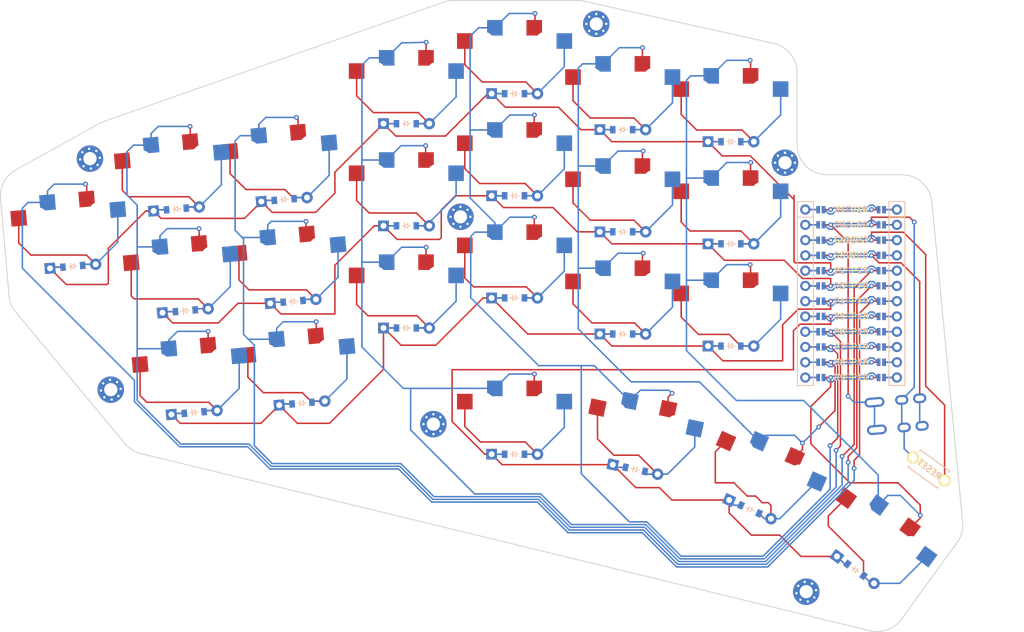
<source format=kicad_pcb>
(kicad_pcb (version 20221018) (generator pcbnew)
  (title_block (title "board") (rev "0.1") (company "snikimonkd"))
  (layers (0 "F.Cu" signal) (31 "B.Cu" signal) (34 "B.Paste" user) (35 "F.Paste" user) (36 "B.SilkS" user "B.Silkscreen") (37 "F.SilkS" user "F.Silkscreen") (38 "B.Mask" user) (39 "F.Mask" user) (44 "Edge.Cuts" user))
  (net 0 "")
  (net 1 "P19")
  (net 2 "far_outer_top")
  (net 3 "P20")
  (net 4 "outer_bottom")
  (net 5 "outer_home")
  (net 6 "outer_top")
  (net 7 "P21")
  (net 8 "pinky_bottom")
  (net 9 "pinky_home")
  (net 10 "pinky_top")
  (net 11 "P6")
  (net 12 "ring_bottom")
  (net 13 "ring_home")
  (net 14 "ring_top")
  (net 15 "P7")
  (net 16 "middle_bottom")
  (net 17 "middle_home")
  (net 18 "middle_top")
  (net 19 "P8")
  (net 20 "index_bottom")
  (net 21 "index_home")
  (net 22 "index_top")
  (net 23 "P9")
  (net 24 "inner_bottom")
  (net 25 "inner_home")
  (net 26 "inner_top")
  (net 27 "near_thumb")
  (net 28 "home_thumb")
  (net 29 "one_more_thumb")
  (net 30 "far_thumb")
  (net 31 "P2")
  (net 32 "P4")
  (net 33 "P3")
  (net 34 "P5")
  (net 35 "RAW")
  (net 36 "GND")
  (net 37 "RST")
  (net 38 "VCC")
  (net 39 "P18")
  (net 40 "P15")
  (net 41 "P14")
  (net 42 "P16")
  (net 43 "P10")
  (net 44 "P1")
  (net 45 "P0")
  (net 46 "MCU1_24")
  (net 47 "MCU1_1")
  (net 48 "MCU1_23")
  (net 49 "MCU1_2")
  (net 50 "MCU1_22")
  (net 51 "MCU1_3")
  (net 52 "MCU1_21")
  (net 53 "MCU1_4")
  (net 54 "MCU1_20")
  (net 55 "MCU1_5")
  (net 56 "MCU1_19")
  (net 57 "MCU1_6")
  (net 58 "MCU1_18")
  (net 59 "MCU1_7")
  (net 60 "MCU1_17")
  (net 61 "MCU1_8")
  (net 62 "MCU1_16")
  (net 63 "MCU1_9")
  (net 64 "MCU1_15")
  (net 65 "MCU1_10")
  (net 66 "MCU1_14")
  (net 67 "MCU1_11")
  (net 68 "MCU1_13")
  (net 69 "MCU1_12")
  (footprint "kbd:ResetSW" (layer "F.Cu") (at 198.420768 100.100784 -36)
    (fp_text reference "B1" hide)
    (fp_text value "")
  )
  (footprint "PG1350" (layer "F.Cu") (at 147.493929 38.639195)
    (fp_text reference "S16" hide)
    (fp_text value "" hide)
  )
  (footprint "ComboDiode" (layer "F.Cu") (at 74.713699 73.768985 5)
    (fp_text reference "D3" hide)
    (fp_text value "" hide)
  )
  (footprint "ComboDiode" (layer "F.Cu") (at 186.224224 116.887886 -36)
    (fp_text reference "D23" hide)
    (fp_text value "" hide)
  )
  (footprint "ComboDiode" (layer "F.Cu") (at 111.493929 76.639195)
    (fp_text reference "D8" hide)
    (fp_text value "" hide)
  )
  (footprint "ComboDiode" (layer "F.Cu") (at 165.493929 62.639194)
    (fp_text reference "D18" hide)
    (fp_text value "" hide)
  )
  (footprint "PG1350" (layer "F.Cu") (at 170.712596 102.250719 -24)
    (fp_text reference "S22" hide)
    (fp_text value "" hide)
  )
  (footprint "ComboDiode" (layer "F.Cu") (at 76.195347 90.704295 5)
    (fp_text reference "D2" hide)
    (fp_text value "" hide)
  )
  (footprint "MountingHole_2.2mm_M2_Pad_Via" (layer "F.Cu") (at 58.847108 48.455524 5)
    (fp_text reference "_1" hide)
    (fp_text value "")
  )
  (footprint "PG1350" (layer "F.Cu") (at 165.493929 57.639194)
    (fp_text reference "S18" hide)
    (fp_text value "" hide)
  )
  (footprint "PG1350" (layer "F.Cu") (at 90.727777 50.283899 5)
    (fp_text reference "S7" hide)
    (fp_text value "" hide)
  )
  (footprint "MountingHole_2.2mm_M2_Pad_Via" (layer "F.Cu") (at 143.093929 26.039195)
    (fp_text reference "_3" hide)
    (fp_text value "")
  )
  (footprint "ComboDiode" (layer "F.Cu") (at 149.56881 100.169566 -12)
    (fp_text reference "D21" hide)
    (fp_text value "" hide)
  )
  (footprint "PG1350" (layer "F.Cu") (at 147.493929 72.639195)
    (fp_text reference "S14" hide)
    (fp_text value "" hide)
  )
  (footprint "ComboDiode" (layer "F.Cu") (at 129.493929 71.639195)
    (fp_text reference "D11" hide)
    (fp_text value "" hide)
  )
  (footprint "ComboDiode" (layer "F.Cu") (at 55.997793 66.372036 5)
    (fp_text reference "D1" hide)
    (fp_text value "" hide)
  )
  (footprint "ComboDiode" (layer "F.Cu") (at 129.493929 54.639195)
    (fp_text reference "D12" hide)
    (fp_text value "" hide)
  )
  (footprint "ComboDiode" (layer "F.Cu") (at 147.493929 60.639195)
    (fp_text reference "D15" hide)
    (fp_text value "" hide)
  )
  (footprint "PG1350" (layer "F.Cu") (at 111.493929 54.639194)
    (fp_text reference "S9" hide)
    (fp_text value "" hide)
  )
  (footprint "PG1350" (layer "F.Cu") (at 165.493929 40.639194)
    (fp_text reference "S19" hide)
    (fp_text value "" hide)
  )
  (footprint "ComboDiode" (layer "F.Cu") (at 165.493929 79.639195)
    (fp_text reference "D17" hide)
    (fp_text value "" hide)
  )
  (footprint "PG1350" (layer "F.Cu") (at 55.562014 61.391063 5)
    (fp_text reference "S1" hide)
    (fp_text value "" hide)
  )
  (footprint "ceoloide:trrs_pj320a (reversible, symmetric)" (layer "F.Cu") (at 200.493929 92.639195 -85)
    (fp_text reference "TRRS1" hide)
    (fp_text value "TRRS-PJ-320A-dual")
  )
  (footprint "ceoloide:nice_nano" (layer "F.Cu") (at 185.493929 69.639195)
    (fp_text reference "MCU1" hide)
    (fp_text value "")
  )
  (footprint "ComboDiode" (layer "F.Cu") (at 165.493929 45.639194)
    (fp_text reference "D19" hide)
    (fp_text value "" hide)
  )
  (footprint "ComboDiode" (layer "F.Cu") (at 147.493929 77.639195)
    (fp_text reference "D14" hide)
    (fp_text value "" hide)
  )
  (footprint "ComboDiode" (layer "F.Cu") (at 94.126851 89.135492 5)
    (fp_text reference "D5" hide)
    (fp_text value "" hide)
  )
  (footprint "ComboDiode" (layer "F.Cu") (at 73.232051 56.833676 5)
    (fp_text reference "D4" hide)
    (fp_text value "" hide)
  )
  (footprint "PG1350" (layer "F.Cu") (at 111.493929 71.639195)
    (fp_text reference "S8" hide)
    (fp_text value "" hide)
  )
  (footprint "PG1350" (layer "F.Cu") (at 92.209425 67.219209 5)
    (fp_text reference "S6" hide)
    (fp_text value "" hide)
  )
  (footprint "MountingHole_2.2mm_M2_Pad_Via" (layer "F.Cu") (at 120.493929 58.139195)
    (fp_text reference "_4" hide)
    (fp_text value "")
  )
  (footprint "PG1350" (layer "F.Cu") (at 129.493929 92.639194)
    (fp_text reference "S20" hide)
    (fp_text value "" hide)
  )
  (footprint "PG1350" (layer "F.Cu") (at 165.493929 74.639195)
    (fp_text reference "S17" hide)
    (fp_text value "" hide)
  )
  (footprint "ComboDiode" (layer "F.Cu") (at 147.493929 43.639195)
    (fp_text reference "D16" hide)
    (fp_text value "" hide)
  )
  (footprint "MountingHole_2.2mm_M2_Pad_Via" (layer "F.Cu") (at 174.493929 49.139194)
    (fp_text reference "_7" hide)
    (fp_text value "")
  )
  (footprint "PG1350" (layer "F.Cu") (at 189.16315 112.842801 -36)
    (fp_text reference "S23" hide)
    (fp_text value "" hide)
  )
  (footprint "PG1350" (layer "F.Cu") (at 72.796273 51.852702 5)
    (fp_text reference "S4" hide)
    (fp_text value "" hide)
  )
  (footprint "ComboDiode" (layer "F.Cu") (at 129.493929 37.639194)
    (fp_text reference "D13" hide)
    (fp_text value "" hide)
  )
  (footprint "ComboDiode" (layer "F.Cu") (at 91.163556 55.264872 5)
    (fp_text reference "D7" hide)
    (fp_text value "" hide)
  )
  (footprint "PG1350" (layer "F.Cu") (at 74.27792 68.788012 5)
    (fp_text reference "S3" hide)
    (fp_text value "" hide)
  )
  (footprint "PG1350" (layer "F.Cu") (at 111.493929 37.639194)
    (fp_text reference "S10" hide)
    (fp_text value "" hide)
  )
  (footprint "ComboDiode" (layer "F.Cu") (at 92.645203 72.200182 5)
    (fp_text reference "D6" hide)
    (fp_text value "" hide)
  )
  (footprint "PG1350" (layer "F.Cu") (at 129.493929 66.639195)
    (fp_text reference "S11" hide)
    (fp_text value "" hide)
  )
  (footprint "MountingHole_2.2mm_M2_Pad_Via" (layer "F.Cu") (at 115.993929 92.639194)
    (fp_text reference "_5" hide)
    (fp_text value "")
  )
  (footprint "MountingHole_2.2mm_M2_Pad_Via" (layer "F.Cu") (at 62.310939 86.899924 5)
    (fp_text reference "_2" hide)
    (fp_text value "")
  )
  (footprint "PG1350" (layer "F.Cu") (at 93.691072 84.154518 5)
    (fp_text reference "S5" hide)
    (fp_text value "" hide)
  )
  (footprint "PG1350" (layer "F.Cu") (at 75.759568 85.723322 5)
    (fp_text reference "S2" hide)
    (fp_text value "" hide)
  )
  (footprint "PG1350" (layer "F.Cu") (at 150.608369 95.278828 -12)
    (fp_text reference "S21" hide)
    (fp_text value "" hide)
  )
  (footprint "ComboDiode" (layer "F.Cu") (at 111.493929 59.639194)
    (fp_text reference "D9" hide)
    (fp_text value "" hide)
  )
  (footprint "MountingHole_2.2mm_M2_Pad_Via" (layer "F.Cu") (at 178.028311 120.512734 -36)
    (fp_text reference "_6" hide)
    (fp_text value "")
  )
  (footprint "ComboDiode" (layer "F.Cu") (at 129.493929 97.639194)
    (fp_text reference "D20" hide)
    (fp_text value "" hide)
  )
  (footprint "PG1350" (layer "F.Cu") (at 129.493929 32.639194)
    (fp_text reference "S13" hide)
    (fp_text value "" hide)
  )
  (footprint "ComboDiode" (layer "F.Cu") (at 168.678913 106.818446 -24)
    (fp_text reference "D22" hide)
    (fp_text value "" hide)
  )
  (footprint "ComboDiode" (layer "F.Cu") (at 111.493929 42.639194)
    (fp_text reference "D10" hide)
    (fp_text value "" hide)
  )
  (footprint "PG1350" (layer "F.Cu") (at 147.493929 55.639195)
    (fp_text reference "S15" hide)
    (fp_text value "" hide)
  )
  (footprint "PG1350" (layer "F.Cu") (at 129.493929 49.639195)
    (fp_text reference "S12" hide)
    (fp_text value "" hide)
  )
  (gr_line (start 45.38288 71.253881) (end 43.971938 55.126732) (stroke (width 0.15)) (layer "Edge.Cuts"))
  (gr_arc (start 67.325572 97.533078) (mid 65.858003 96.915564) (end 64.658974 95.867989) (stroke (width 0.15)) (layer "Edge.Cuts"))
  (gr_line (start 61.319864 42.212037) (end 117.689836 22.421498) (stroke (width 0.15)) (layer "Edge.Cuts"))
  (gr_arc (start 60.554982 42.555049) (mid 60.930222 42.367485) (end 61.319864 42.212037) (stroke (width 0.15)) (layer "Edge.Cuts"))
  (gr_arc (start 193.951805 51.139194) (mid 197.313819 52.438267) (end 198.928833 55.660449) (stroke (width 0.15)) (layer "Edge.Cuts"))
  (gr_line (start 188.634449 127.011856) (end 67.325572 97.533078) (stroke (width 0.15)) (layer "Edge.Cuts"))
  (gr_line (start 64.658974 95.867989) (end 46.516586 74.011616) (stroke (width 0.15)) (layer "Edge.Cuts"))
  (gr_arc (start 204.052729 108.92841) (mid 203.899574 110.722546) (end 203.120786 112.346082) (stroke (width 0.15)) (layer "Edge.Cuts"))
  (gr_line (start 203.120786 112.346082) (end 193.860203 125.092179) (stroke (width 0.15)) (layer "Edge.Cuts"))
  (gr_line (start 46.531727 50.316269) (end 60.554982 42.555049) (stroke (width 0.15)) (layer "Edge.Cuts"))
  (gr_line (start 181.493929 51.139194) (end 193.951805 51.139194) (stroke (width 0.15)) (layer "Edge.Cuts"))
  (gr_arc (start 172.578581 29.269117) (mid 175.394138 31.021415) (end 176.493929 34.150052) (stroke (width 0.15)) (layer "Edge.Cuts"))
  (gr_line (start 176.493929 34.150052) (end 176.493929 46.139194) (stroke (width 0.15)) (layer "Edge.Cuts"))
  (gr_arc (start 139.945068 22.139194) (mid 140.490652 22.169049) (end 141.02972 22.258259) (stroke (width 0.15)) (layer "Edge.Cuts"))
  (gr_arc (start 43.971937 55.126732) (mid 44.538942 52.34215) (end 46.531727 50.316269) (stroke (width 0.15)) (layer "Edge.Cuts"))
  (gr_arc (start 193.860203 125.09218) (mid 191.539214 126.846598) (end 188.634449 127.011855) (stroke (width 0.15)) (layer "Edge.Cuts"))
  (gr_line (start 119.346139 22.139194) (end 139.945068 22.139194) (stroke (width 0.15)) (layer "Edge.Cuts"))
  (gr_arc (start 181.493929 51.139194) (mid 177.958395 49.674728) (end 176.493929 46.139194) (stroke (width 0.15)) (layer "Edge.Cuts"))
  (gr_line (start 141.02972 22.258259) (end 172.578581 29.269117) (stroke (width 0.15)) (layer "Edge.Cuts"))
  (gr_arc (start 46.516585 74.011616) (mid 45.739382 72.719224) (end 45.38288 71.253881) (stroke (width 0.15)) (layer "Edge.Cuts"))
  (gr_line (start 198.928833 55.660449) (end 204.052728 108.92841) (stroke (width 0.15)) (layer "Edge.Cuts"))
  (gr_arc (start 117.689836 22.421497) (mid 118.506045 22.210275) (end 119.346139 22.139194) (stroke (width 0.15)) (layer "Edge.Cuts"))
  (segment (start 58.305975 55.178269) (end 58.305975 52.905975) (width 0.25) (layer "F.Cu") (net 1))
  (segment (start 190.074 72.179) (end 188.894 72.179) (width 0.25) (layer "F.Cu") (net 1))
  (segment (start 186.9 74.173124) (end 188.893929 72.179195) (width 0.25) (layer "F.Cu") (net 1))
  (segment (start 186 98.636396) (end 186.9 97.736396) (width 0.25) (layer "F.Cu") (net 1))
  (segment (start 58.305975 52.905975) (end 58.1 52.7) (width 0.25) (layer "F.Cu") (net 1))
  (segment (start 186.9 97.736396) (end 186.9 74.173124) (width 0.25) (layer "F.Cu") (net 1))
  (segment (start 186 100) (end 186 98.636396) (width 0.25) (layer "F.Cu") (net 1))
  (via (at 58.1 52.7) (size 0.8) (drill 0.4) (layers "F.Cu" "B.Cu") (net 1))
  (via (at 186 100) (size 0.8) (drill 0.4) (layers "F.Cu" "B.Cu") (net 1))
  (segment (start 51.7809 53.8191) (end 52.9 52.7) (width 0.25) (layer "B.Cu") (net 1))
  (segment (start 182.889 72.409) (end 188.664 72.409) (width 0.25) (layer "B.Cu") (net 1))
  (segment (start 179.004594 109.004594) (end 186 102.009188) (width 0.25) (layer "B.Cu") (net 1))
  (segment (start 73.763604 96.4) (end 85.1 96.4) (width 0.25) (layer "B.Cu") (net 1))
  (segment (start 51.7809 55.74914) (end 48.55086 55.74914) (width 0.25) (layer "B.Cu") (net 1))
  (segment (start 181.069 72.179) (end 181.794 72.904) (width 0.25) (layer "B.Cu") (net 1))
  (segment (start 110.2 100.1) (end 115.7 105.6) (width 0.25) (layer "B.Cu") (net 1))
  (segment (start 88.8 100.1) (end 110.2 100.1) (width 0.25) (layer "B.Cu") (net 1))
  (segment (start 47.6 66.7) (end 66.25 85.35) (width 0.25) (layer "B.Cu") (net 1))
  (segment (start 47.6 56.7) (end 47.6 66.7) (width 0.25) (layer "B.Cu") (net 1))
  (segment (start 66.25 85.35) (end 66.25 88.886396) (width 0.25) (layer "B.Cu") (net 1))
  (segment (start 180.719 72.179) (end 181.069 72.179) (width 0.25) (layer "B.Cu") (net 1))
  (segment (start 51.7809 55.74914) (end 51.7809 53.8191) (width 0.25) (layer "B.Cu") (net 1))
  (segment (start 186 102.009188) (end 186 100) (width 0.25) (layer "B.Cu") (net 1))
  (segment (start 138.4 110.7) (end 150.750237 110.7) (width 0.25) (layer "B.Cu") (net 1))
  (segment (start 115.7 105.6) (end 133.3 105.6) (width 0.25) (layer "B.Cu") (net 1))
  (segment (start 181.794 72.904) (end 182.394 72.904) (width 0.25) (layer "B.Cu") (net 1))
  (segment (start 66.25 88.886396) (end 73.763604 96.4) (width 0.25) (layer "B.Cu") (net 1))
  (segment (start 48.55086 55.74914) (end 47.6 56.7) (width 0.25) (layer "B.Cu") (net 1))
  (segment (start 150.750237 110.7) (end 156.450237 116.4) (width 0.25) (layer "B.Cu") (net 1))
  (segment (start 169.4 116.4) (end 171.609188 116.4) (width 0.25) (layer "B.Cu") (net 1))
  (segment (start 182.394 72.904) (end 182.889 72.409) (width 0.25) (layer "B.Cu") (net 1))
  (segment (start 52.9 52.7) (end 58.1 52.7) (width 0.25) (layer "B.Cu") (net 1))
  (segment (start 133.3 105.6) (end 138.4 110.7) (width 0.25) (layer "B.Cu") (net 1))
  (segment (start 156.450237 116.4) (end 169.4 116.4) (width 0.25) (layer "B.Cu") (net 1))
  (segment (start 171.609188 116.4) (end 179.004594 109.004594) (width 0.25) (layer "B.Cu") (net 1))
  (segment (start 85.1 96.4) (end 88.8 100.1) (width 0.25) (layer "B.Cu") (net 1))
  (segment (start 46.991669 58.376547) (end 46.991669 62.491669) (width 0.25) (layer "F.Cu") (net 2))
  (segment (start 59.793295 66.039973) (end 57.82977 66.039973) (width 0.25) (layer "F.Cu") (net 2))
  (segment (start 46.991669 62.491669) (end 49 64.5) (width 0.25) (layer "F.Cu") (net 2))
  (segment (start 49 64.5) (end 58.253322 64.5) (width 0.25) (layer "F.Cu") (net 2))
  (segment (start 57.82977 66.039973) (end 57.641514 66.228229) (width 0.25) (layer "F.Cu") (net 2))
  (segment (start 58.253322 64.5) (end 59.793295 66.039973) (width 0.25) (layer "F.Cu") (net 2))
  (segment (start 59.793295 66.039973) (end 57.82977 66.039973) (width 0.25) (layer "B.Cu") (net 2))
  (segment (start 63.478691 62.354577) (end 59.793295 66.039973) (width 0.25) (layer "B.Cu") (net 2))
  (segment (start 57.82977 66.039973) (end 57.641514 66.228229) (width 0.25) (layer "B.Cu") (net 2))
  (segment (start 63.478691 56.934119) (end 63.478691 62.354577) (width 0.25) (layer "B.Cu") (net 2))
  (segment (start 75.5 43.1) (end 75.540234 43.140234) (width 0.25) (layer "F.Cu") (net 3))
  (segment (start 77.021881 62.575218) (end 77 60.1) (width 0.25) (layer "F.Cu") (net 3))
  (segment (start 185 99) (end 185 98) (width 0.25) (layer "F.Cu") (net 3))
  (segment (start 78.6 77.2) (end 78.5 77.1) (width 0.25) (layer "F.Cu") (net 3))
  (segment (start 78.5 77.2) (end 78.6 77.2) (width 0.25) (layer "F.Cu") (net 3))
  (segment (start 185 98) (end 186.45 96.55) (width 0.25) (layer "F.Cu") (net 3))
  (segment (start 190.074 69.639) (end 188.894 69.639) (width 0.25) (layer "F.Cu") (net 3))
  (segment (start 78.5 77.1) (end 78.5 77.2) (width 0.25) (layer "F.Cu") (net 3))
  (segment (start 75.540234 43.140234) (end 75.540234 45.639908) (width 0.25) (layer "F.Cu") (net 3))
  (segment (start 186.45 72.083124) (end 188.893929 69.639195) (width 0.25) (layer "F.Cu") (net 3))
  (segment (start 78.503529 79.510528) (end 78.503529 77.4) (width 0.25) (layer "F.Cu") (net 3))
  (segment (start 186.45 96.55) (end 186.45 72.083124) (width 0.25) (layer "F.Cu") (net 3))
  (segment (start 78.503529 77.103529) (end 78.5 77.1) (width 0.25) (layer "F.Cu") (net 3))
  (segment (start 77 60.1) (end 77.021881 60.121881) (width 0.25) (layer "F.Cu") (net 3))
  (via (at 77 60.1) (size 0.8) (drill 0.4) (layers "F.Cu" "B.Cu") (net 3))
  (via (at 75.5 43.1) (size 0.8) (drill 0.4) (layers "F.Cu" "B.Cu") (net 3))
  (via (at 78.5 77.2) (size 0.8) (drill 0.4) (layers "F.Cu" "B.Cu") (net 3))
  (via (at 185 99) (size 0.8) (drill 0.4) (layers "F.Cu" "B.Cu") (net 3))
  (segment (start 69.015159 46.210779) (end 66.089221 46.210779) (width 0.25) (layer "B.Cu") (net 3))
  (segment (start 138.586396 110.25) (end 150.936633 110.25) (width 0.25) (layer "B.Cu") (net 3))
  (segment (start 182.394 70.364) (end 182.889 69.869) (width 0.25) (layer "B.Cu") (net 3))
  (segment (start 73.4 77.2) (end 71.978454 78.621546) (width 0.25) (layer "B.Cu") (net 3))
  (segment (start 69.015159 46.210779) (end 69.015159 44.284841) (width 0.25) (layer "B.Cu") (net 3))
  (segment (start 88.986396 99.65) (end 110.386396 99.65) (width 0.25) (layer "B.Cu") (net 3))
  (segment (start 169.9 115.95) (end 171.422792 115.95) (width 0.25) (layer "B.Cu") (net 3))
  (segment (start 66.746089 63.146089) (end 66.7 63.1) (width 0.25) (layer "B.Cu") (net 3))
  (segment (start 65 54.5) (end 66.7 56.2) (width 0.25) (layer "B.Cu") (net 3))
  (segment (start 70.496806 63.146089) (end 66.746089 63.146089) (width 0.25) (layer "B.Cu") (net 3))
  (segment (start 85.286396 95.95) (end 88.986396 99.65) (width 0.25) (layer "B.Cu") (net 3))
  (segment (start 110.386396 99.65) (end 115.886396 105.15) (width 0.25) (layer "B.Cu") (net 3))
  (segment (start 78.5 77.2) (end 73.4 77.2) (width 0.25) (layer "B.Cu") (net 3))
  (segment (start 65 47.3) (end 65 54.5) (width 0.25) (layer "B.Cu") (net 3))
  (segment (start 69.015159 44.284841) (end 69.7 43.6) (width 0.25) (layer "B.Cu") (net 3))
  (segment (start 66.089221 46.210779) (end 65 47.3) (width 0.25) (layer "B.Cu") (net 3))
  (segment (start 66.718601 80.081399) (end 66.7 80.1) (width 0.25) (layer "B.Cu") (net 3))
  (segment (start 180.719 69.639) (end 181.069 69.639) (width 0.25) (layer "B.Cu") (net 3))
  (segment (start 115.886396 105.15) (end 133.486396 105.15) (width 0.25) (layer "B.Cu") (net 3))
  (segment (start 73.95 95.95) (end 85.286396 95.95) (width 0.25) (layer "B.Cu") (net 3))
  (segment (start 66.7 80.1) (end 66.7 88.7) (width 0.25) (layer "B.Cu") (net 3))
  (segment (start 185 99.725) (end 185 99) (width 0.25) (layer "B.Cu") (net 3))
  (segment (start 77 60.1) (end 71.7 60.1) (width 0.25) (layer "B.Cu") (net 3))
  (segment (start 70.2 43.1) (end 75.5 43.1) (width 0.25) (layer "B.Cu") (net 3))
  (segment (start 66.7 88.7) (end 73.95 95.95) (width 0.25) (layer "B.Cu") (net 3))
  (segment (start 71.978454 80.081399) (end 66.718601 80.081399) (width 0.25) (layer "B.Cu") (net 3))
  (segment (start 171.422792 115.95) (end 185 102.372792) (width 0.25) (layer "B.Cu") (net 3))
  (segment (start 181.069 69.639) (end 181.794 70.364) (width 0.25) (layer "B.Cu") (net 3))
  (segment (start 150.936633 110.25) (end 156.636633 115.95) (width 0.25) (layer "B.Cu") (net 3))
  (segment (start 185 102.372792) (end 185 99.725) (width 0.25) (layer "B.Cu") (net 3))
  (segment (start 66.7 56.2) (end 66.7 63.1) (width 0.25) (layer "B.Cu") (net 3))
  (segment (start 69.7 43.6) (end 70.2 43.1) (width 0.25) (layer "B.Cu") (net 3))
  (segment (start 182.889 69.869) (end 188.664 69.869) (width 0.25) (layer "B.Cu") (net 3))
  (segment (start 133.486396 105.15) (end 138.586396 110.25) (width 0.25) (layer "B.Cu") (net 3))
  (segment (start 156.636633 115.95) (end 169.9 115.95) (width 0.25) (layer "B.Cu") (net 3))
  (segment (start 181.794 70.364) (end 182.394 70.364) (width 0.25) (layer "B.Cu") (net 3))
  (segment (start 71.7 60.1) (end 70.496806 61.303194) (width 0.25) (layer "B.Cu") (net 3))
  (segment (start 70.496806 61.303194) (end 70.496806 63.146089) (width 0.25) (layer "B.Cu") (net 3))
  (segment (start 66.7 63.1) (end 66.7 80.1) (width 0.25) (layer "B.Cu") (net 3))
  (segment (start 71.978454 78.621546) (end 71.978454 80.081399) (width 0.25) (layer "B.Cu") (net 3))
  (segment (start 79.990849 90.372232) (end 78.027324 90.372232) (width 0.25) (layer "F.Cu") (net 4))
  (segment (start 78.027324 90.372232) (end 77.839068 90.560488) (width 0.25) (layer "F.Cu") (net 4))
  (segment (start 68.3 89) (end 78.618617 89) (width 0.25) (layer "F.Cu") (net 4))
  (segment (start 78.618617 89) (end 79.990849 90.372232) (width 0.25) (layer "F.Cu") (net 4))
  (segment (start 67.189223 82.708806) (end 67.189223 87.889223) (width 0.25) (layer "F.Cu") (net 4))
  (segment (start 67.189223 87.889223) (end 68.3 89) (width 0.25) (layer "F.Cu") (net 4))
  (segment (start 78.027324 90.372232) (end 77.839068 90.560488) (width 0.25) (layer "B.Cu") (net 4))
  (segment (start 79.990849 90.372232) (end 78.027324 90.372232) (width 0.25) (layer "B.Cu") (net 4))
  (segment (start 83.676245 86.686836) (end 79.990849 90.372232) (width 0.25) (layer "B.Cu") (net 4))
  (segment (start 83.676245 81.266378) (end 83.676245 86.686836) (width 0.25) (layer "B.Cu") (net 4))
  (segment (start 65.707575 71.307575) (end 66.2 71.8) (width 0.25) (layer "F.Cu") (net 5))
  (segment (start 76.545676 73.436922) (end 76.35742 73.625178) (width 0.25) (layer "F.Cu") (net 5))
  (segment (start 76.872279 71.8) (end 78.509201 73.436922) (width 0.25) (layer "F.Cu") (net 5))
  (segment (start 65.707575 65.773496) (end 65.707575 71.307575) (width 0.25) (layer "F.Cu") (net 5))
  (segment (start 66.2 71.8) (end 76.872279 71.8) (width 0.25) (layer "F.Cu") (net 5))
  (segment (start 78.509201 73.436922) (end 76.545676 73.436922) (width 0.25) (layer "F.Cu") (net 5))
  (segment (start 76.545676 73.436922) (end 76.35742 73.625178) (width 0.25) (layer "B.Cu") (net 5))
  (segment (start 78.509201 73.436922) (end 76.545676 73.436922) (width 0.25) (layer "B.Cu") (net 5))
  (segment (start 82.194597 64.331068) (end 82.194597 69.751526) (width 0.25) (layer "B.Cu") (net 5))
  (segment (start 82.194597 69.751526) (end 78.509201 73.436922) (width 0.25) (layer "B.Cu") (net 5))
  (segment (start 75.064028 56.501613) (end 74.875772 56.689869) (width 0.25) (layer "F.Cu") (net 6))
  (segment (start 75.32594 54.8) (end 77.027553 56.501613) (width 0.25) (layer "F.Cu") (net 6))
  (segment (start 65.3 54.8) (end 75.32594 54.8) (width 0.25) (layer "F.Cu") (net 6))
  (segment (start 64.225928 48.838186) (end 64.225928 53.725928) (width 0.25) (layer "F.Cu") (net 6))
  (segment (start 64.225928 53.725928) (end 65.3 54.8) (width 0.25) (layer "F.Cu") (net 6))
  (segment (start 77.027553 56.501613) (end 75.064028 56.501613) (width 0.25) (layer "F.Cu") (net 6))
  (segment (start 80.71295 52.816216) (end 77.027553 56.501613) (width 0.25) (layer "B.Cu") (net 6))
  (segment (start 75.064028 56.501613) (end 74.875772 56.689869) (width 0.25) (layer "B.Cu") (net 6))
  (segment (start 77.027553 56.501613) (end 75.064028 56.501613) (width 0.25) (layer "B.Cu") (net 6))
  (segment (start 80.71295 47.395758) (end 80.71295 52.816216) (width 0.25) (layer "B.Cu") (net 6))
  (segment (start 186 96) (end 186 69.993124) (width 0.25) (layer "F.Cu") (net 7))
  (segment (start 186 69.993124) (end 188.893929 67.099195) (width 0.25) (layer "F.Cu") (net 7))
  (segment (start 94.8 60.853029) (end 94.953386 61.006415) (width 0.25) (layer "F.Cu") (net 7))
  (segment (start 94.8 58.9) (end 94.8 60.853029) (width 0.25) (layer "F.Cu") (net 7))
  (segment (start 190.074 67.099) (end 188.894 67.099) (width 0.25) (layer "F.Cu") (net 7))
  (segment (start 96.5 77.876757) (end 96.435033 77.941724) (width 0.25) (layer "F.Cu") (net 7))
  (segment (start 93.2 41.6) (end 93.471738 41.871738) (width 0.25) (layer "F.Cu") (net 7))
  (segment (start 93.471738 41.871738) (end 93.471738 44.071105) (width 0.25) (layer "F.Cu") (net 7))
  (segment (start 184 98) (end 186 96) (width 0.25) (layer "F.Cu") (net 7))
  (segment (start 96.5 75.6) (end 96.5 77.876757) (width 0.25) (layer "F.Cu") (net 7))
  (via (at 96.5 75.6) (size 0.8) (drill 0.4) (layers "F.Cu" "B.Cu") (net 7))
  (via (at 94.8 58.9) (size 0.8) (drill 0.4) (layers "F.Cu" "B.Cu") (net 7))
  (via (at 93.2 41.6) (size 0.8) (drill 0.4) (layers "F.Cu" "B.Cu") (net 7))
  (via (at 184 98) (size 0.8) (drill 0.4) (layers "F.Cu" "B.Cu") (net 7))
  (segment (start 89.909958 76.690042) (end 90.2 76.4) (width 0.25) (layer "B.Cu") (net 7))
  (segment (start 91 75.6) (end 96.5 75.6) (width 0.25) (layer "B.Cu") (net 7))
  (segment (start 116.072792 104.7) (end 110.572792 99.2) (width 0.25) (layer "B.Cu") (net 7))
  (segment (start 138.772792 109.8) (end 133.672792 104.7) (width 0.25) (layer "B.Cu") (net 7))
  (segment (start 182.889 67.329) (end 188.664 67.329) (width 0.25) (layer "B.Cu") (net 7))
  (segment (start 181.794 67.824) (end 182.394 67.824) (width 0.25) (layer "B.Cu") (net 7))
  (segment (start 89.909958 78.512595) (end 89.909958 76.690042) (width 0.25) (layer "B.Cu") (net 7))
  (segment (start 86.2 79.5) (end 85.2 78.5) (width 0.25) (layer "B.Cu") (net 7))
  (segment (start 184 102.736396) (end 171.236396 115.5) (width 0.25) (layer "B.Cu") (net 7))
  (segment (start 86.946663 44.641976) (end 83.858024 44.641976) (width 0.25) (layer "B.Cu") (net 7))
  (segment (start 110.572792 99.2) (end 89.172792 99.2) (width 0.25) (layer "B.Cu") (net 7))
  (segment (start 89 58.9) (end 94.8 58.9) (width 0.25) (layer "B.Cu") (net 7))
  (segment (start 86.946663 42.753337) (end 88.1 41.6) (width 0.25) (layer "B.Cu") (net 7))
  (segment (start 86.2 96.227208) (end 86.2 79.5) (width 0.25) (layer "B.Cu") (net 7))
  (segment (start 84.177286 61.577286) (end 84.15 61.55) (width 0.25) (layer "B.Cu") (net 7))
  (segment (start 96.5 75.6) (end 96.7 75.6) (width 0.25) (layer "B.Cu") (net 7))
  (segment (start 182.394 67.824) (end 182.889 67.329) (width 0.25) (layer "B.Cu") (net 7))
  (segment (start 86.946663 44.641976) (end 86.946663 42.753337) (width 0.25) (layer "B.Cu") (net 7))
  (segment (start 84.4 61.8) (end 84.4 77.7) (width 0.25) (layer "B.Cu") (net 7))
  (segment (start 93.2 41.6) (end 93.1 41.6) (width 0.25) (layer "B.Cu") (net 7))
  (segment (start 88.8 59.1) (end 89 58.9) (width 0.25) (layer "B.Cu") (net 7))
  (segment (start 90.2 76.4) (end 91 75.6) (width 0.25) (layer "B.Cu") (net 7))
  (segment (start 85.212595 78.512595) (end 85.2 78.5) (width 0.25) (layer "B.Cu") (net 7))
  (segment (start 180.719 67.099) (end 181.069 67.099) (width 0.25) (layer "B.Cu") (net 7))
  (segment (start 88.428311 59.471689) (end 88.8 59.1) (width 0.25) (layer "B.Cu") (net 7))
  (segment (start 181.069 67.099) (end 181.794 67.824) (width 0.25) (layer "B.Cu") (net 7))
  (segment (start 84.15 61.55) (end 84.4 61.8) (width 0.25) (layer "B.Cu") (net 7))
  (segment (start 83 45.5) (end 83 60.4) (width 0.25) (layer "B.Cu") (net 7))
  (segment (start 133.672792 104.7) (end 116.072792 104.7) (width 0.25) (layer "B.Cu") (net 7))
  (segment (start 89.172792 99.2) (end 86.2 96.227208) (width 0.25) (layer "B.Cu") (net 7))
  (segment (start 88.1 41.6) (end 93.2 41.6) (width 0.25) (layer "B.Cu") (net 7))
  (segment (start 184 98) (end 184 102.736396) (width 0.25) (layer "B.Cu") (net 7))
  (segment (start 83.858024 44.641976) (end 83 45.5) (width 0.25) (layer "B.Cu") (net 7))
  (segment (start 89.909958 78.512595) (end 85.212595 78.512595) (width 0.25) (layer "B.Cu") (net 7))
  (segment (start 88.428311 61.577286) (end 88.428311 59.471689) (width 0.25) (layer "B.Cu") (net 7))
  (segment (start 156.823029 115.5) (end 151.123029 109.8) (width 0.25) (layer "B.Cu") (net 7))
  (segment (start 83 60.4) (end 84.15 61.55) (width 0.25) (layer "B.Cu") (net 7))
  (segment (start 84.4 77.7) (end 85.2 78.5) (width 0.25) (layer "B.Cu") (net 7))
  (segment (start 151.123029 109.8) (end 138.772792 109.8) (width 0.25) (layer "B.Cu") (net 7))
  (segment (start 171.236396 115.5) (end 156.823029 115.5) (width 0.25) (layer "B.Cu") (net 7))
  (segment (start 88.428311 61.577286) (end 84.177286 61.577286) (width 0.25) (layer "B.Cu") (net 7))
  (segment (start 97.922353 88.803429) (end 95.958828 88.803429) (width 0.25) (layer "F.Cu") (net 8))
  (segment (start 95.958828 88.803429) (end 95.770572 88.991685) (width 0.25) (layer "F.Cu") (net 8))
  (segment (start 94.178887 87.4) (end 95.770572 88.991685) (width 0.25) (layer "F.Cu") (net 8))
  (segment (start 87.7 87.4) (end 94.178887 87.4) (width 0.25) (layer "F.Cu") (net 8))
  (segment (start 85.120727 81.140002) (end 85.120727 84.820727) (width 0.25) (layer "F.Cu") (net 8))
  (segment (start 85.120727 84.820727) (end 87.7 87.4) (width 0.25) (layer "F.Cu") (net 8))
  (segment (start 95.958828 88.803429) (end 95.770572 88.991685) (width 0.25) (layer "B.Cu") (net 8))
  (segment (start 101.607749 79.697574) (end 101.607749 85.118033) (width 0.25) (layer "B.Cu") (net 8))
  (segment (start 97.922353 88.803429) (end 95.958828 88.803429) (width 0.25) (layer "B.Cu") (net 8))
  (segment (start 101.607749 85.118033) (end 97.922353 88.803429) (width 0.25) (layer "B.Cu") (net 8))
  (segment (start 85.3 70.3) (end 94.872586 70.3) (width 0.25) (layer "F.Cu") (net 9))
  (segment (start 83.63908 64.204693) (end 83.63908 68.63908) (width 0.25) (layer "F.Cu") (net 9))
  (segment (start 94.872586 70.3) (end 96.440705 71.868119) (width 0.25) (layer "F.Cu") (net 9))
  (segment (start 96.440705 71.868119) (end 94.47718 71.868119) (width 0.25) (layer "F.Cu") (net 9))
  (segment (start 83.63908 68.63908) (end 85.3 70.3) (width 0.25) (layer "F.Cu") (net 9))
  (segment (start 94.47718 71.868119) (end 94.288924 72.056375) (width 0.25) (layer "F.Cu") (net 9))
  (segment (start 100.126102 68.182722) (end 96.440705 71.868119) (width 0.25) (layer "B.Cu") (net 9))
  (segment (start 100.126102 62.762265) (end 100.126102 68.182722) (width 0.25) (layer "B.Cu") (net 9))
  (segment (start 96.440705 71.868119) (end 94.47718 71.868119) (width 0.25) (layer "B.Cu") (net 9))
  (segment (start 94.47718 71.868119) (end 94.288924 72.056375) (width 0.25) (layer "B.Cu") (net 9))
  (segment (start 92.995533 54.932809) (end 92.807277 55.121065) (width 0.25) (layer "F.Cu") (net 10))
  (segment (start 82.157432 47.269383) (end 82.157432 50.957432) (width 0.25) (layer "F.Cu") (net 10))
  (segment (start 91.286212 53.6) (end 92.807277 55.121065) (width 0.25) (layer "F.Cu") (net 10))
  (segment (start 94.959058 54.932809) (end 92.995533 54.932809) (width 0.25) (layer "F.Cu") (net 10))
  (segment (start 82.157432 50.957432) (end 84.8 53.6) (width 0.25) (layer "F.Cu") (net 10))
  (segment (start 84.8 53.6) (end 91.286212 53.6) (width 0.25) (layer "F.Cu") (net 10))
  (segment (start 92.995533 54.932809) (end 92.807277 55.121065) (width 0.25) (layer "B.Cu") (net 10))
  (segment (start 98.644454 45.826955) (end 98.644454 51.247413) (width 0.25) (layer "B.Cu") (net 10))
  (segment (start 98.644454 51.247413) (end 94.959058 54.932809) (width 0.25) (layer "B.Cu") (net 10))
  (segment (start 94.959058 54.932809) (end 92.995533 54.932809) (width 0.25) (layer "B.Cu") (net 10))
  (segment (start 183.718929 78.884195) (end 182.093929 77.259195) (width 0.25) (layer "F.Cu") (net 11))
  (segment (start 114.8 63.2) (end 114.768929 63.231071) (width 0.25) (layer "F.Cu") (net 11))
  (segment (start 114.768929 29.131071) (end 114.768929 31.689194) (width 0.25) (layer "F.Cu") (net 11))
  (segment (start 132.8 84.4) (end 132.8 84.3) (width 0.25) (layer "F.Cu") (net 11))
  (segment (start 132.768929 86.689194) (end 132.768929 84.431071) (width 0.25) (layer "F.Cu") (net 11))
  (segment (start 114.7 46.3) (end 114.7 48.620265) (width 0.25) (layer "F.Cu") (net 11))
  (segment (start 132.8 84.3) (end 132.9 84.3) (width 0.25) (layer "F.Cu") (net 11))
  (segment (start 132.9 84.3) (end 132.8 84.4) (width 0.25) (layer "F.Cu") (net 11))
  (segment (start 183.718929 96.281071) (end 183.718929 78.884195) (width 0.25) (layer "F.Cu") (net 11))
  (segment (start 114.7 48.620265) (end 114.768929 48.689194) (width 0.25) (layer "F.Cu") (net 11))
  (segment (start 180.914 77.259) (end 182.094 77.259) (width 0.25) (layer "F.Cu") (net 11))
  (segment (start 114.8 29.1) (end 114.768929 29.131071) (width 0.25) (layer "F.Cu") (net 11))
  (segment (start 114.768929 63.231071) (end 114.768929 65.689195) (width 0.25) (layer "F.Cu") (net 11))
  (segment (start 183 97) (end 183.718929 96.281071) (width 0.25) (layer "F.Cu") (net 11))
  (segment (start 132.768929 84.431071) (end 132.8 84.4) (width 0.25) (layer "F.Cu") (net 11))
  (via (at 114.8 29.1) (size 0.8) (drill 0.4) (layers "F.Cu" "B.Cu") (net 11))
  (via (at 183 97) (size 0.8) (drill 0.4) (layers "F.Cu" "B.Cu") (net 11))
  (via (at 132.8 84.3) (size 0.8) (drill 0.4) (layers "F.Cu" "B.Cu") (net 11))
  (via (at 114.7 46.3) (size 0.8) (drill 0.4) (layers "F.Cu" "B.Cu") (net 11))
  (via (at 114.8 63.2) (size 0.8) (drill 0.4) (layers "F.Cu" "B.Cu") (net 11))
  (segment (start 110.708124 63.2) (end 114.8 63.2) (width 0.25) (layer "B.Cu") (net 11))
  (segment (start 188.594 76.534) (end 188.089 77.039) (width 0.25) (layer "B.Cu") (net 11))
  (segment (start 104.1 32.9) (end 104.1 48.7) (width 0.25) (layer "B.Cu") (net 11))
  (segment (start 189.919 77.259) (end 189.194 76.534) (width 0.25) (layer "B.Cu") (net 11))
  (segment (start 122.85 104.25) (end 133.859188 104.25) (width 0.25) (layer "B.Cu") (net 11))
  (segment (start 126.218929 86.689194) (end 112.2 86.689194) (width 0.25) (layer "B.Cu") (net 11))
  (segment (start 104.1 48.7) (end 104.1 65.7) (width 0.25) (layer "B.Cu") (net 11))
  (segment (start 110.708123 29.2) (end 114.8 29.1) (width 0.25) (layer "B.Cu") (net 11))
  (segment (start 108.218929 65.689195) (end 110.708124 63.2) (width 0.25) (layer "B.Cu") (net 11))
  (segment (start 157.009425 115.05) (end 171.05 115.05) (width 0.25) (layer "B.Cu") (net 11))
  (segment (start 112.2 86.689194) (end 110.989194 86.689194) (width 0.25) (layer "B.Cu") (net 11))
  (segment (start 138.959188 109.35) (end 151.309425 109.35) (width 0.25) (layer "B.Cu") (net 11))
  (segment (start 108.218929 31.689194) (end 110.708123 29.2) (width 0.25) (layer "B.Cu") (net 11))
  (segment (start 108.218929 65.689195) (end 104.110805 65.689195) (width 0.25) (layer "B.Cu") (net 11))
  (segment (start 110.608123 46.3) (end 114.7 46.3) (width 0.25) (layer "B.Cu") (net 11))
  (segment (start 104.110806 48.689194) (end 104.1 48.7) (width 0.25) (layer "B.Cu") (net 11))
  (segment (start 108.218929 31.689194) (end 105.310806 31.689194) (width 0.25) (layer "B.Cu") (net 11))
  (segment (start 105.310806 31.689194) (end 104.1 32.9) (width 0.25) (layer "B.Cu") (net 11))
  (segment (start 189.194 76.534) (end 188.594 76.534) (width 0.25) (layer "B.Cu") (net 11))
  (segment (start 151.309425 109.35) (end 157.009425 115.05) (width 0.25) (layer "B.Cu") (net 11))
  (segment (start 188.089 77.039) (end 182.314 77.039) (width 0.25) (layer "B.Cu") (net 11))
  (segment (start 112.2 86.689194) (end 112.2 93.6) (width 0.25) (layer "B.Cu") (net 11))
  (segment (start 108.218929 48.689194) (end 110.608123 46.3) (width 0.25) (layer "B.Cu") (net 11))
  (segment (start 183 103.1) (end 183 97) (width 0.25) (layer "B.Cu") (net 11))
  (segment (start 112.2 93.6) (end 122.85 104.25) (width 0.25) (layer "B.Cu") (net 11))
  (segment (start 133.859188 104.25) (end 138.959188 109.35) (width 0.25) (layer "B.Cu") (net 11))
  (segment (start 104.110805 65.689195) (end 104.1 65.7) (width 0.25) (layer "B.Cu") (net 11))
  (segment (start 104.1 79.8) (end 104.1 65.7) (width 0.25) (layer "B.Cu") (net 11))
  (segment (start 190.269 77.259) (end 189.919 77.259) (width 0.25) (layer "B.Cu") (net 11))
  (segment (start 132.8 84.3) (end 128.608123 84.3) (width 0.25) (layer "B.Cu") (net 11))
  (segment (start 171.05 115.05) (end 183 103.1) (width 0.25) (layer "B.Cu") (net 11))
  (segment (start 128.608123 84.3) (end 126.218929 86.689194) (width 0.25) (layer "B.Cu") (net 11))
  (segment (start 110.989194 86.689194) (end 104.1 79.8) (width 0.25) (layer "B.Cu") (net 11))
  (segment (start 108.218929 48.689194) (end 104.110806 48.689194) (width 0.25) (layer "B.Cu") (net 11))
  (segment (start 114.8 29.1) (end 114.8 29.2) (width 0.25) (layer "B.Cu") (net 11))
  (segment (start 105.1 74.6) (end 113.264734 74.6) (width 0.25) (layer "F.Cu") (net 12))
  (segment (start 115.303929 76.639195) (end 113.143929 76.639195) (width 0.25) (layer "F.Cu") (net 12))
  (segment (start 103.218929 67.889195) (end 103.218929 72.718929) (width 0.25) (layer "F.Cu") (net 12))
  (segment (start 113.264734 74.6) (end 115.303929 76.639195) (width 0.25) (layer "F.Cu") (net 12))
  (segment (start 103.218929 72.718929) (end 105.1 74.6) (width 0.25) (layer "F.Cu") (net 12))
  (segment (start 119.768929 67.889195) (end 119.768929 72.174195) (width 0.25) (layer "B.Cu") (net 12))
  (segment (start 115.303929 76.639195) (end 113.143929 76.639195) (width 0.25) (layer "B.Cu") (net 12))
  (segment (start 119.768929 72.174195) (end 115.303929 76.639195) (width 0.25) (layer "B.Cu") (net 12))
  (segment (start 105.3 57.5) (end 113.164735 57.5) (width 0.25) (layer "F.Cu") (net 13))
  (segment (start 103.218929 55.418929) (end 105.3 57.5) (width 0.25) (layer "F.Cu") (net 13))
  (segment (start 103.218929 50.889194) (end 103.218929 55.418929) (width 0.25) (layer "F.Cu") (net 13))
  (segment (start 115.303929 59.639194) (end 113.143929 59.639194) (width 0.25) (layer "F.Cu") (net 13))
  (segment (start 113.164735 57.5) (end 115.303929 59.639194) (width 0.25) (layer "F.Cu") (net 13))
  (segment (start 119.768929 54.631071) (end 115.303929 59.096071) (width 0.25) (layer "B.Cu") (net 13))
  (segment (start 119.768929 50.889194) (end 119.768929 54.631071) (width 0.25) (layer "B.Cu") (net 13))
  (segment (start 115.303929 59.639194) (end 113.143929 59.639194) (width 0.25) (layer "B.Cu") (net 13))
  (segment (start 115.303929 59.096071) (end 115.303929 59.639194) (width 0.25) (layer "B.Cu") (net 13))
  (segment (start 103.218929 33.889194) (end 103.218929 38.018929) (width 0.25) (layer "F.Cu") (net 14))
  (segment (start 113.464735 40.8) (end 115.303929 42.639194) (width 0.25) (layer "F.Cu") (net 14))
  (segment (start 103.218929 38.018929) (end 106 40.8) (width 0.25) (layer "F.Cu") (net 14))
  (segment (start 115.303929 42.639194) (end 113.143929 42.639194) (width 0.25) (layer "F.Cu") (net 14))
  (segment (start 106 40.8) (end 113.464735 40.8) (width 0.25) (layer "F.Cu") (net 14))
  (segment (start 115.303929 42.639194) (end 113.143929 42.639194) (width 0.25) (layer "B.Cu") (net 14))
  (segment (start 119.768929 33.889194) (end 119.768929 38.174194) (width 0.25) (layer "B.Cu") (net 14))
  (segment (start 119.768929 38.174194) (end 115.303929 42.639194) (width 0.25) (layer "B.Cu") (net 14))
  (segment (start 155.048877 88.151123) (end 155.048877 90.139761) (width 0.25) (layer "F.Cu") (net 15))
  (segment (start 132.9 24.3) (end 132.9 26.558123) (width 0.25) (layer "F.Cu") (net 15))
  (segment (start 183.268929 94.931071) (end 183.268929 80.974195) (width 0.25) (layer "F.Cu") (net 15))
  (segment (start 183.268929 80.974195) (end 182.093929 79.799195) (width 0.25) (layer "F.Cu") (net 15))
  (segment (start 132.8 58.2) (end 132.768929 58.231071) (width 0.25) (layer "F.Cu") (net 15))
  (segment (start 182 96.2) (end 183.268929 94.931071) (width 0.25) (layer "F.Cu") (net 15))
  (segment (start 155.7 87.5) (end 155.048877 88.151123) (width 0.25) (layer "F.Cu") (net 15))
  (segment (start 180.914 79.799) (end 182.094 79.799) (width 0.25) (layer "F.Cu") (net 15))
  (segment (start 132.9 26.558123) (end 132.768929 26.689194) (width 0.25) (layer "F.Cu") (net 15))
  (segment (start 132.8 41.2) (end 132.768929 41.231071) (width 0.25) (layer "F.Cu") (net 15))
  (segment (start 132.768929 41.231071) (end 132.768929 43.689195) (width 0.25) (layer "F.Cu") (net 15))
  (segment (start 132.768929 58.231071) (end 132.768929 60.689195) (width 0.25) (layer "F.Cu") (net 15))
  (via (at 132.8 41.2) (size 0.8) (drill 0.4) (layers "F.Cu" "B.Cu") (net 15))
  (via (at 155.7 87.5) (size 0.8) (drill 0.4) (layers "F.Cu" "B.Cu") (net 15))
  (via (at 132.9 24.3) (size 0.8) (drill 0.4) (layers "F.Cu" "B.Cu") (net 15))
  (via (at 182 96.2) (size 0.8) (drill 0.4) (layers "F.Cu" "B.Cu") (net 15))
  (via (at 132.8 58.2) (size 0.8) (drill 0.4) (layers "F.Cu" "B.Cu") (net 15))
  (segment (start 128.708124 41.2) (end 132.8 41.2) (width 0.25) (layer "B.Cu") (net 15))
  (segment (start 133.5 82.9) (end 140.6 82.9) (width 0.25) (layer "B.Cu") (net 15))
  (segment (start 122.910805 60.689195) (end 122.2 61.4) (width 0.25) (layer "B.Cu") (net 15))
  (segment (start 140.6 100.9) (end 140.6 82.9) (width 0.25) (layer "B.Cu") (net 15))
  (segment (start 126.218929 59.118929) (end 126.218929 60.689195) (width 0.25) (layer "B.Cu") (net 15))
  (segment (start 128.608123 24.3) (end 132.9 24.3) (width 0.25) (layer "B.Cu") (net 15))
  (segment (start 189.919 79.799) (end 189.194 79.074) (width 0.25) (layer "B.Cu") (net 15))
  (segment (start 122.1 28.1) (end 122.1 43.7) (width 0.25) (layer "B.Cu") (net 15))
  (segment (start 189.194 79.074) (end 188.594 79.074) (width 0.25) (layer "B.Cu") (net 15))
  (segment (start 157.195821 114.6) (end 151.495821 108.9) (width 0.25) (layer "B.Cu") (net 15))
  (segment (start 155.51615 87.5) (end 155.7 87.5) (width 0.25) (layer "B.Cu") (net 15))
  (segment (start 170.863604 114.6) (end 157.195821 114.6) (width 0.25) (layer "B.Cu") (net 15))
  (segment (start 126.218929 60.689195) (end 122.910805 60.689195) (width 0.25) (layer "B.Cu") (net 15))
  (segment (start 150.419949 87) (end 148.64201 88.777939) (width 0.25) (layer "B.Cu") (net 15))
  (segment (start 126.218929 43.689195) (end 128.708124 41.2) (width 0.25) (layer "B.Cu") (net 15))
  (segment (start 155.7 87.5) (end 155.2 87) (width 0.25) (layer "B.Cu") (net 15))
  (segment (start 188.594 79.074) (end 188.089 79.579) (width 0.25) (layer "B.Cu") (net 15))
  (segment (start 155.81615 87.58385) (end 155.9 87.5) (width 0.25) (layer "B.Cu") (net 15))
  (segment (start 155.2 87) (end 150.419949 87) (width 0.25) (layer "B.Cu") (net 15))
  (segment (start 182 103.463604) (end 170.863604 114.6) (width 0.25) (layer "B.Cu") (net 15))
  (segment (start 123.510806 26.689194) (end 122.1 28.1) (width 0.25) (layer "B.Cu") (net 15))
  (segment (start 122.110805 43.689195) (end 122.1 43.7) (width 0.25) (layer "B.Cu") (net 15))
  (segment (start 122.1 43.7) (end 122.1 55) (width 0.25) (layer "B.Cu") (net 15))
  (segment (start 126.218929 60.689195) (end 128.708124 58.2) (width 0.25) (layer "B.Cu") (net 15))
  (segment (start 151.495821 108.9) (end 148.6 108.9) (width 0.25) (layer "B.Cu") (net 15))
  (segment (start 122.1 55) (end 126.218929 59.118929) (width 0.25) (layer "B.Cu") (net 15))
  (segment (start 126.218929 26.689194) (end 128.608123 24.3) (width 0.25) (layer "B.Cu") (net 15))
  (segment (start 128.708124 58.2) (end 132.8 58.2) (width 0.25) (layer "B.Cu") (net 15))
  (segment (start 122.2 71.6) (end 133.5 82.9) (width 0.25) (layer "B.Cu") (net 15))
  (segment (start 188.089 79.579) (end 182.314 79.579) (width 0.25) (layer "B.Cu") (net 15))
  (segment (start 182 96.2) (end 182 103.463604) (width 0.25) (layer "B.Cu") (net 15))
  (segment (start 148.6 108.9) (end 140.6 100.9) (width 0.25) (layer "B.Cu") (net 15))
  (segment (start 182 96.2) (end 182.2 96) (width 0.25) (layer "B.Cu") (net 15))
  (segment (start 140.6 82.9) (end 142.764071 82.9) (width 0.25) (layer "B.Cu") (net 15))
  (segment (start 126.218929 26.689194) (end 123.510806 26.689194) (width 0.25) (layer "B.Cu") (net 15))
  (segment (start 142.764071 82.9) (end 148.64201 88.777939) (width 0.25) (layer "B.Cu") (net 15))
  (segment (start 190.269 79.799) (end 189.919 79.799) (width 0.25) (layer "B.Cu") (net 15))
  (segment (start 122.2 61.4) (end 122.2 71.6) (width 0.25) (layer "B.Cu") (net 15))
  (segment (start 155.6 87.58385) (end 155.51615 87.5) (width 0.25) (layer "B.Cu") (net 15))
  (segment (start 126.218929 43.689195) (end 122.110805 43.689195) (width 0.25) (layer "B.Cu") (net 15))
  (segment (start 131.464734 69.8) (end 133.303929 71.639195) (width 0.25) (layer "F.Cu") (net 16))
  (segment (start 122.7 69.8) (end 131.464734 69.8) (width 0.25) (layer "F.Cu") (net 16))
  (segment (start 121.218929 68.318929) (end 122.7 69.8) (width 0.25) (layer "F.Cu") (net 16))
  (segment (start 121.218929 62.889195) (end 121.218929 68.318929) (width 0.25) (layer "F.Cu") (net 16))
  (segment (start 133.303929 71.639195) (end 131.143929 71.639195) (width 0.25) (layer "F.Cu") (net 16))
  (segment (start 133.303929 71.639195) (end 131.143929 71.639195) (width 0.25) (layer "B.Cu") (net 16))
  (segment (start 137.768929 67.174195) (end 133.303929 71.639195) (width 0.25) (layer "B.Cu") (net 16))
  (segment (start 137.768929 62.889195) (end 137.768929 67.174195) (width 0.25) (layer "B.Cu") (net 16))
  (segment (start 131.264734 52.6) (end 133.303929 54.639195) (width 0.25) (layer "F.Cu") (net 17))
  (segment (start 133.303929 54.639195) (end 131.143929 54.639195) (width 0.25) (layer "F.Cu") (net 17))
  (segment (start 121.218929 45.889195) (end 121.218929 50.118929) (width 0.25) (layer "F.Cu") (net 17))
  (segment (start 121.218929 50.118929) (end 123.7 52.6) (width 0.25) (layer "F.Cu") (net 17))
  (segment (start 123.7 52.6) (end 131.264734 52.6) (width 0.25) (layer "F.Cu") (net 17))
  (segment (start 137.768929 45.889195) (end 137.768929 50.174195) (width 0.25) (layer "B.Cu") (net 17))
  (segment (start 133.303929 54.639195) (end 131.143929 54.639195) (width 0.25) (layer "B.Cu") (net 17))
  (segment (start 137.768929 50.174195) (end 133.303929 54.639195) (width 0.25) (layer "B.Cu") (net 17))
  (segment (start 121.218929 32.818929) (end 124.1 35.7) (width 0.25) (layer "F.Cu") (net 18))
  (segment (start 133.303929 37.639194) (end 131.143929 37.639194) (width 0.25) (layer "F.Cu") (net 18))
  (segment (start 131.364735 35.7) (end 133.303929 37.639194) (width 0.25) (layer "F.Cu") (net 18))
  (segment (start 124.1 35.7) (end 131.364735 35.7) (width 0.25) (layer "F.Cu") (net 18))
  (segment (start 121.218929 28.889194) (end 121.218929 32.818929) (width 0.25) (layer "F.Cu") (net 18))
  (segment (start 137.768929 33.174194) (end 133.303929 37.639194) (width 0.25) (layer "B.Cu") (net 18))
  (segment (start 133.303929 37.639194) (end 131.143929 37.639194) (width 0.25) (layer "B.Cu") (net 18))
  (segment (start 137.768929 28.889194) (end 137.768929 33.174194) (width 0.25) (layer "B.Cu") (net 18))
  (segment (start 150.768929 30.031071) (end 150.768929 32.689195) (width 0.25) (layer "F.Cu") (net 19))
  (segment (start 182.818929 83.064195) (end 182.818929 90.381071) (width 0.25) (layer "F.Cu") (net 19))
  (segment (start 177.4 96.871726) (end 177.4 95.8) (width 0.25) (layer "F.Cu") (net 19))
  (segment (start 182.093929 82.339195) (end 182.818929 83.064195) (width 0.25) (layer "F.Cu") (net 19))
  (segment (start 176.12454 98.147186) (end 177.4 96.871726) (width 0.25) (layer "F.Cu") (net 19))
  (segment (start 150.9 64.2) (end 150.768929 64.331071) (width 0.25) (layer "F.Cu") (net 19))
  (segment (start 150.768929 47.331071) (end 150.768929 49.689195) (width 0.25) (layer "F.Cu") (net 19))
  (segment (start 150.8 30) (end 150.768929 30.031071) (width 0.25) (layer "F.Cu") (net 19))
  (segment (start 182.818929 90.381071) (end 180.1 93.1) (width 0.25) (layer "F.Cu") (net 19))
  (segment (start 180.914 82.339) (end 182.094 82.339) (width 0.25) (layer "F.Cu") (net 19))
  (segment (start 150.768929 64.331071) (end 150.768929 66.689195) (width 0.25) (layer "F.Cu") (net 19))
  (segment (start 150.9 47.2) (end 150.768929 47.331071) (width 0.25) (layer "F.Cu") (net 19))
  (via (at 150.8 30) (size 0.8) (drill 0.4) (layers "F.Cu" "B.Cu") (net 19))
  (via (at 177.4 95.8) (size 0.8) (drill 0.4) (layers "F.Cu" "B.Cu") (net 19))
  (via (at 150.9 64.2) (size 0.8) (drill 0.4) (layers "F.Cu" "B.Cu") (net 19))
  (via (at 150.9 47.2) (size 0.8) (drill 0.4) (layers "F.Cu" "B.Cu") (net 19))
  (via (at 180.1 93.1) (size 0.8) (drill 0.4) (layers "F.Cu" "B.Cu") (net 19))
  (segment (start 146.708124 64.2) (end 150.9 64.2) (width 0.25) (layer "B.Cu") (net 19))
  (segment (start 188.594 81.614) (end 188.089 82.119) (width 0.25) (layer "B.Cu") (net 19))
  (segment (start 144.218929 49.689195) (end 140.110805 49.689195) (width 0.25) (layer "B.Cu") (net 19))
  (segment (start 144.218929 32.689195) (end 140.810805 32.689195) (width 0.25) (layer "B.Cu") (net 19))
  (segment (start 144.218929 49.689195) (end 146.708124 47.2) (width 0.25) (layer "B.Cu") (net 19))
  (segment (start 140.1 49.7) (end 140.1 66.7) (width 0.25) (layer "B.Cu") (net 19))
  (segment (start 140.1 33.4) (end 140.1 49.7) (width 0.25) (layer "B.Cu") (net 19))
  (segment (start 146.708124 47.2) (end 150.9 47.2) (width 0.25) (layer "B.Cu") (net 19))
  (segment (start 144.218929 32.689195) (end 146.908124 30) (width 0.25) (layer "B.Cu") (net 19))
  (segment (start 150.8 30) (end 150.9 30) (width 0.25) (layer "B.Cu") (net 19))
  (segment (start 190.269 82.339) (end 189.919 82.339) (width 0.25) (layer "B.Cu") (net 19))
  (segment (start 177.4 95.8) (end 180.1 93.1) (width 0.25) (layer "B.Cu") (net 19))
  (segment (start 144.218929 66.689195) (end 140.110805 66.689195) (width 0.25) (layer "B.Cu") (net 19))
  (segment (start 189.919 82.339) (end 189.194 81.614) (width 0.25) (layer "B.Cu") (net 19))
  (segment (start 160.257757 85.6) (end 166.728879 92.071121) (width 0.25) (layer "B.Cu") (net 19))
  (segment (start 171.125456 94.498423) (end 176.098423 94.498423) (width 0.25) (layer "B.Cu") (net 19))
  (segment (start 140.110805 49.689195) (end 140.1 49.7) (width 0.25) (layer "B.Cu") (net 19))
  (segment (start 140.110805 66.689195) (end 140.1 66.7) (width 0.25) (layer "B.Cu") (net 19))
  (segment (start 170.140818 95.483061) (end 171.125456 94.498423) (width 0.25) (layer "B.Cu") (net 19))
  (segment (start 140.1 66.7) (end 140.1 76.8) (width 0.25) (layer "B.Cu") (net 19))
  (segment (start 140.1 76.8) (end 148.9 85.6) (width 0.25) (layer "B.Cu") (net 19))
  (segment (start 140.810805 32.689195) (end 140.1 33.4) (width 0.25) (layer "B.Cu") (net 19))
  (segment (start 166.728879 92.071121) (end 170.140818 95.483061) (width 0.25) (layer "B.Cu") (net 19))
  (segment (start 180.1 93.1) (end 180 93.2) (width 0.25) (layer "B.Cu") (net 19))
  (segment (start 148.9 85.6) (end 160.257757 85.6) (width 0.25) (layer "B.Cu") (net 19))
  (segment (start 176.098423 94.498423) (end 177.4 95.8) (width 0.25) (layer "B.Cu") (net 19))
  (segment (start 144.218929 66.689195) (end 146.708124 64.2) (width 0.25) (layer "B.Cu") (net 19))
  (segment (start 146.908124 30) (end 150.8 30) (width 0.25) (layer "B.Cu") (net 19))
  (segment (start 167.478879 92.821121) (end 167.478879 92.921121) (width 0.25) (layer "B.Cu") (net 19))
  (segment (start 189.194 81.614) (end 188.594 81.614) (width 0.25) (layer "B.Cu") (net 19))
  (segment (start 188.089 82.119) (end 182.314 82.119) (width 0.25) (layer "B.Cu") (net 19))
  (segment (start 139.218929 72.618929) (end 142.4 75.8) (width 0.25) (layer "F.Cu") (net 20))
  (segment (start 151.303929 77.639195) (end 149.143929 77.639195) (width 0.25) (layer "F.Cu") (net 20))
  (segment (start 149.464734 75.8) (end 151.303929 77.639195) (width 0.25) (layer "F.Cu") (net 20))
  (segment (start 139.218929 68.889195) (end 139.218929 72.618929) (width 0.25) (layer "F.Cu") (net 20))
  (segment (start 142.4 75.8) (end 149.464734 75.8) (width 0.25) (layer "F.Cu") (net 20))
  (segment (start 151.303929 77.639195) (end 149.143929 77.639195) (width 0.25) (layer "B.Cu") (net 20))
  (segment (start 155.768929 68.889195) (end 155.768929 73.174195) (width 0.25) (layer "B.Cu") (net 20))
  (segment (start 155.768929 73.174195) (end 151.303929 77.639195) (width 0.25) (layer "B.Cu") (net 20))
  (segment (start 139.218929 55.818929) (end 142.1 58.7) (width 0.25) (layer "F.Cu") (net 21))
  (segment (start 142.1 58.7) (end 149.364734 58.7) (width 0.25) (layer "F.Cu") (net 21))
  (segment (start 151.303929 60.639195) (end 149.143929 60.639195) (width 0.25) (layer "F.Cu") (net 21))
  (segment (start 139.218929 51.889195) (end 139.218929 55.818929) (width 0.25) (layer "F.Cu") (net 21))
  (segment (start 149.364734 58.7) (end 151.303929 60.639195) (width 0.25) (layer "F.Cu") (net 21))
  (segment (start 151.303929 60.639195) (end 149.143929 60.639195) (width 0.25) (layer "B.Cu") (net 21))
  (segment (start 155.768929 56.174195) (end 151.303929 60.639195) (width 0.25) (layer "B.Cu") (net 21))
  (segment (start 155.768929 51.889195) (end 155.768929 56.174195) (width 0.25) (layer "B.Cu") (net 21))
  (segment (start 139.218929 38.818929) (end 142.1 41.7) (width 0.25) (layer "F.Cu") (net 22))
  (segment (start 139.218929 34.889195) (end 139.218929 38.818929) (width 0.25) (layer "F.Cu") (net 22))
  (segment (start 151.303929 43.639195) (end 149.143929 43.639195) (width 0.25) (layer "F.Cu") (net 22))
  (segment (start 142.1 41.7) (end 149.364734 41.7) (width 0.25) (layer "F.Cu") (net 22))
  (segment (start 149.364734 41.7) (end 151.303929 43.639195) (width 0.25) (layer "F.Cu") (net 22))
  (segment (start 155.768929 34.889195) (end 155.768929 39.174195) (width 0.25) (layer "B.Cu") (net 22))
  (segment (start 151.303929 43.639195) (end 149.143929 43.639195) (width 0.25) (layer "B.Cu") (net 22))
  (segment (start 155.768929 39.174195) (end 151.303929 43.639195) (width 0.25) (layer "B.Cu") (net 22))
  (segment (start 168.768929 32.168929) (end 168.768929 34.689194) (width 0.25) (layer "F.Cu") (net 23))
  (segment (start 168.8 49.1) (end 168.768929 49.131071) (width 0.25) (layer "F.Cu") (net 23))
  (segment (start 180.914 84.879) (end 182.094 84.879) (width 0.25) (layer "F.Cu") (net 23))
  (segment (start 193.3 102.4) (end 185.3 102.4) (width 0.25) (layer "F.Cu") (net 23))
  (segment (start 185.3 102.4) (end 178.8 95.9) (width 0.25) (layer "F.Cu") (net 23))
  (segment (start 197 107.8) (end 197 106.1) (width 0.25) (layer "F.Cu") (net 23))
  (segment (start 168.7 66.1) (end 168.768929 66.168929) (width 0.25) (layer "F.Cu") (net 23))
  (segment (start 178.8 95.9) (end 178.8 89.7) (width 0.25) (layer "F.Cu") (net 23))
  (segment (start 178.8 89.7) (end 182.093929 86.406071) (width 0.25) (layer "F.Cu") (net 23))
  (segment (start 168.768929 66.168929) (end 168.768929 68.689195) (width 0.25) (layer "F.Cu") (net 23))
  (segment (start 168.768929 49.131071) (end 168.768929 51.689194) (width 0.25) (layer "F.Cu") (net 23))
  (segment (start 168.7 32.1) (end 168.768929 32.168929) (width 0.25) (layer "F.Cu") (net 23))
  (segment (start 195.310003 109.954147) (end 197 108.26415) (width 0.25) (layer "F.Cu") (net 23))
  (segment (start 182.093929 86.406071) (end 182.093929 84.879195) (width 0.25) (layer "F.Cu") (net 23))
  (segment (start 197 106.1) (end 193.3 102.4) (width 0.25) (layer "F.Cu") (net 23))
  (segment (start 197 108.26415) (end 197 107.8) (width 0.25) (layer "F.Cu") (net 23))
  (via (at 168.7 66.1) (size 0.8) (drill 0.4) (layers "F.Cu" "B.Cu") (net 23))
  (via (at 197 107.8) (size 0.8) (drill 0.4) (layers "F.Cu" "B.Cu") (net 23))
  (via (at 168.8 49.1) (size 0.8) (drill 0.4) (layers "F.Cu" "B.Cu") (net 23))
  (via (at 168.7 32.1) (size 0.8) (drill 0.4) (layers "F.Cu" "B.Cu") (net 23))
  (segment (start 158.1 35.4) (end 158.1 51.7) (width 0.25) (layer "B.Cu") (net 23))
  (segment (start 158.110806 51.689194) (end 158.1 51.7) (width 0.25) (layer "B.Cu") (net 23))
  (segment (start 164.808123 32.1) (end 168.7 32.1) (width 0.25) (layer "B.Cu") (net 23))
  (segment (start 166.4 88.7) (end 158.1 80.4) (width 0.25) (layer "B.Cu") (net 23))
  (segment (start 158.110805 68.689195) (end 158.1 68.7) (width 0.25) (layer "B.Cu") (net 23))
  (segment (start 190.269 84.879) (end 189.919 84.879) (width 0.25) (layer "B.Cu") (net 23))
  (segment (start 190.010942 106.104153) (end 191.615095 104.5) (width 0.25) (layer "B.Cu") (net 23))
  (segment (start 189.919 84.879) (end 189.194 84.154) (width 0.25) (layer "B.Cu") (net 23))
  (segment (start 158.810806 34.689194) (end 158.1 35.4) (width 0.25) (layer "B.Cu") (net 23))
  (segment (start 162.218929 68.689195) (end 158.110805 68.689195) (width 0.25) (layer "B.Cu") (net 23))
  (segment (start 189.194 84.154) (end 188.594 84.154) (width 0.25) (layer "B.Cu") (net 23))
  (segment (start 162.218929 34.689194) (end 164.808123 32.1) (width 0.25) (layer "B.Cu") (net 23))
  (segment (start 191.615095 104.5) (end 192.4 104.5) (width 0.25) (layer "B.Cu") (net 23))
  (segment (start 190.010942 101.110942) (end 177.6 88.7) (width 0.25) (layer "B.Cu") (net 23))
  (segment (start 190.010942 106.104153) (end 190.010942 101.110942) (width 0.25) (layer "B.Cu") (net 23))
  (segment (start 193.7 104.5) (end 197 107.8) (width 0.25) (layer "B.Cu") (net 23))
  (segment (start 162.218929 51.689194) (end 158.110806 51.689194) (width 0.25) (layer "B.Cu") (net 23))
  (segment (start 162.218929 34.689194) (end 158.810806 34.689194) (width 0.25) (layer "B.Cu") (net 23))
  (segment (start 162.218929 51.689194) (end 164.808123 49.1) (width 0.25) (layer "B.Cu") (net 23))
  (segment (start 164.808123 49.1) (end 168.8 49.1) (width 0.25) (layer "B.Cu") (net 23))
  (segment (start 164.808124 66.1) (end 168.7 66.1) (width 0.25) (layer "B.Cu") (net 23))
  (segment (start 188.594 84.154) (end 188.089 84.659) (width 0.25) (layer "B.Cu") (net 23))
  (segment (start 158.1 51.7) (end 158.1 68.7) (width 0.25) (layer "B.Cu") (net 23))
  (segment (start 188.089 84.659) (end 182.314 84.659) (width 0.25) (layer "B.Cu") (net 23))
  (segment (start 192.4 104.5) (end 193.7 104.5) (width 0.25) (layer "B.Cu") (net 23))
  (segment (start 158.1 80.4) (end 158.1 68.7) (width 0.25) (layer "B.Cu") (net 23))
  (segment (start 162.218929 68.689195) (end 164.808124 66.1) (width 0.25) (layer "B.Cu") (net 23))
  (segment (start 177.6 88.7) (end 166.4 88.7) (width 0.25) (layer "B.Cu") (net 23))
  (segment (start 168.7 32.1) (end 168.8 32.1) (width 0.25) (layer "B.Cu") (net 23))
  (segment (start 157.218929 74.818929) (end 160.1 77.7) (width 0.25) (layer "F.Cu") (net 24))
  (segment (start 165.204734 77.7) (end 167.143929 79.639195) (width 0.25) (layer "F.Cu") (net 24))
  (segment (start 160.1 77.7) (end 165.204734 77.7) (width 0.25) (layer "F.Cu") (net 24))
  (segment (start 169.303929 79.639195) (end 167.143929 79.639195) (width 0.25) (layer "F.Cu") (net 24))
  (segment (start 157.218929 70.889195) (end 157.218929 74.818929) (width 0.25) (layer "F.Cu") (net 24))
  (segment (start 173.768929 75.174195) (end 169.303929 79.639195) (width 0.25) (layer "B.Cu") (net 24))
  (segment (start 169.303929 79.639195) (end 167.143929 79.639195) (width 0.25) (layer "B.Cu") (net 24))
  (segment (start 173.768929 70.889195) (end 173.768929 75.174195) (width 0.25) (layer "B.Cu") (net 24))
  (segment (start 158.7 60.5) (end 167.164735 60.5) (width 0.25) (layer "F.Cu") (net 25))
  (segment (start 157.218929 59.018929) (end 158.7 60.5) (width 0.25) (layer "F.Cu") (net 25))
  (segment (start 157.218929 53.889194) (end 157.218929 59.018929) (width 0.25) (layer "F.Cu") (net 25))
  (segment (start 167.164735 60.5) (end 169.303929 62.639194) (width 0.25) (layer "F.Cu") (net 25))
  (segment (start 169.303929 62.639194) (end 167.143929 62.639194) (width 0.25) (layer "F.Cu") (net 25))
  (segment (start 173.768929 53.889194) (end 173.768929 58.174194) (width 0.25) (layer "B.Cu") (net 25))
  (segment (start 173.768929 58.174194) (end 169.303929 62.639194) (width 0.25) (layer "B.Cu") (net 25))
  (segment (start 169.303929 62.639194) (end 167.143929 62.639194) (width 0.25) (layer "B.Cu") (net 25))
  (segment (start 157.218929 41.118929) (end 159.8 43.7) (width 0.25) (layer "F.Cu") (net 26))
  (segment (start 159.8 43.7) (end 167.364735 43.7) (width 0.25) (layer "F.Cu") (net 26))
  (segment (start 157.218929 36.889194) (end 157.218929 41.118929) (width 0.25) (layer "F.Cu") (net 26))
  (segment (start 167.364735 43.7) (end 169.303929 45.639194) (width 0.25) (layer "F.Cu") (net 26))
  (segment (start 169.303929 45.639194) (end 167.143929 45.639194) (width 0.25) (layer "F.Cu") (net 26))
  (segment (start 169.303929 45.639194) (end 167.143929 45.639194) (width 0.25) (layer "B.Cu") (net 26))
  (segment (start 173.768929 36.889194) (end 173.768929 41.174194) (width 0.25) (layer "B.Cu") (net 26))
  (segment (start 173.768929 41.174194) (end 169.303929 45.639194) (width 0.25) (layer "B.Cu") (net 26))
  (segment (start 121.218929 93.018929) (end 123.8 95.6) (width 0.25) (layer "F.Cu") (net 27))
  (segment (start 123.8 95.6) (end 131.264735 95.6) (width 0.25) (layer "F.Cu") (net 27))
  (segment (start 121.218929 88.889194) (end 121.218929 93.018929) (width 0.25) (layer "F.Cu") (net 27))
  (segment (start 133.303929 97.639194) (end 131.143929 97.639194) (width 0.25) (layer "F.Cu") (net 27))
  (segment (start 131.264735 95.6) (end 133.303929 97.639194) (width 0.25) (layer "F.Cu") (net 27))
  (segment (start 137.768929 93.174194) (end 133.303929 97.639194) (width 0.25) (layer "B.Cu") (net 27))
  (segment (start 137.768929 88.889194) (end 137.768929 93.174194) (width 0.25) (layer "B.Cu") (net 27))
  (segment (start 133.303929 97.639194) (end 131.143929 97.639194) (width 0.25) (layer "B.Cu") (net 27))
  (segment (start 153.295552 100.96171) (end 151.631844 100.96171) (width 0.25) (layer "F.Cu") (net 28))
  (segment (start 146 97.8) (end 150.133842 97.8) (width 0.25) (layer "F.Cu") (net 28))
  (segment (start 143.293866 89.890305) (end 143.293866 95.093866) (width 0.25) (layer "F.Cu") (net 28))
  (segment (start 150.133842 97.8) (end 153.295552 100.96171) (width 0.25) (layer "F.Cu") (net 28))
  (segment (start 143.293866 95.093866) (end 146 97.8) (width 0.25) (layer "F.Cu") (net 28))
  (segment (start 151.631844 100.96171) (end 151.182754 100.51262) (width 0.25) (layer "F.Cu") (net 28))
  (segment (start 159.482209 93.331244) (end 159.482209 96.417791) (width 0.25) (layer "B.Cu") (net 28))
  (segment (start 153.295552 100.96171) (end 151.631844 100.96171) (width 0.25) (layer "B.Cu") (net 28))
  (segment (start 151.631844 100.96171) (end 151.182754 100.51262) (width 0.25) (layer "B.Cu") (net 28))
  (segment (start 154.93829 100.96171) (end 153.295552 100.96171) (width 0.25) (layer "B.Cu") (net 28))
  (segment (start 159.482209 96.417791) (end 154.93829 100.96171) (width 0.25) (layer "B.Cu") (net 28))
  (segment (start 162.9 97.237448) (end 164.67827 95.459178) (width 0.25) (layer "F.Cu") (net 29))
  (segment (start 172.159521 106.159521) (end 171.7 105.7) (width 0.25) (layer "F.Cu") (net 29))
  (segment (start 171.064815 108.368113) (end 170.186263 107.489561) (width 0.25) (layer "F.Cu") (net 29))
  (segment (start 168.2 104.6) (end 166 102.4) (width 0.25) (layer "F.Cu") (net 29))
  (segment (start 162.9 102.4) (end 162.9 97.237448) (width 0.25) (layer "F.Cu") (net 29))
  (segment (start 172.159521 108.368113) (end 171.064815 108.368113) (width 0.25) (layer "F.Cu") (net 29))
  (segment (start 170.7 105.7) (end 169.6 104.6) (width 0.25) (layer "F.Cu") (net 29))
  (segment (start 169.6 104.6) (end 168.2 104.6) (width 0.25) (layer "F.Cu") (net 29))
  (segment (start 171.7 105.7) (end 170.7 105.7) (width 0.25) (layer "F.Cu") (net 29))
  (segment (start 172.159521 108.368113) (end 172.159521 106.159521) (width 0.25) (layer "F.Cu") (net 29))
  (segment (start 166 102.4) (end 162.9 102.4) (width 0.25) (layer "F.Cu") (net 29))
  (segment (start 173.620003 108.368113) (end 172.159521 108.368113) (width 0.25) (layer "B.Cu") (net 29))
  (segment (start 171.064815 108.368113) (end 170.186263 107.489561) (width 0.25) (layer "B.Cu") (net 29))
  (segment (start 179.797447 102.190669) (end 173.620003 108.368113) (width 0.25) (layer "B.Cu") (net 29))
  (segment (start 172.159521 108.368113) (end 171.064815 108.368113) (width 0.25) (layer "B.Cu") (net 29))
  (segment (start 181.7 107.917793) (end 181.7 109.6) (width 0.25) (layer "F.Cu") (net 30))
  (segment (start 184.672729 104.945064) (end 181.7 107.917793) (width 0.25) (layer "F.Cu") (net 30))
  (segment (start 181.7 109.6) (end 187.559102 115.459102) (width 0.25) (layer "F.Cu") (net 30))
  (segment (start 189.306579 119.127348) (end 188.828718 119.127348) (width 0.25) (layer "F.Cu") (net 30))
  (segment (start 187.559102 115.459102) (end 187.559102 117.857732) (width 0.25) (layer "F.Cu") (net 30))
  (segment (start 188.828718 119.127348) (end 187.559102 117.857732) (width 0.25) (layer "F.Cu") (net 30))
  (segment (start 198.06196 114.67291) (end 193.607522 119.127348) (width 0.25) (layer "B.Cu") (net 30))
  (segment (start 189.306579 119.127348) (end 188.828718 119.127348) (width 0.25) (layer "B.Cu") (net 30))
  (segment (start 188.828718 119.127348) (end 187.559102 117.857732) (width 0.25) (layer "B.Cu") (net 30))
  (segment (start 193.607522 119.127348) (end 189.306579 119.127348) (width 0.25) (layer "B.Cu") (net 30))
  (segment (start 143.683929 43.639195) (end 140.539195 43.639195) (width 0.25) (layer "F.Cu") (net 31))
  (segment (start 71.58833 56.977483) (end 69.624805 56.977483) (width 0.25) (layer "F.Cu") (net 31))
  (segment (start 87.368054 55.596935) (end 84.564989 58.4) (width 0.25) (layer "F.Cu") (net 31))
  (segment (start 89.171119 57.4) (end 87.368054 55.596935) (width 0.25) (layer "F.Cu") (net 31))
  (segment (start 61.9 69.2) (end 61.7 69.4) (width 0.25) (layer "F.Cu") (net 31))
  (segment (start 70.67081 58.4) (end 69.436549 57.165739) (width 0.25) (layer "F.Cu") (net 31))
  (segment (start 54.898192 69.4) (end 52.202291 66.704099) (width 0.25) (layer "F.Cu") (net 31))
  (segment (start 176 65.6) (end 176.2 65.8) (width 0.25) (layer "F.Cu") (net 31))
  (segment (start 161.683929 45.639194) (end 145.683928 45.639194) (width 0.25) (layer "F.Cu") (net 31))
  (segment (start 96.4 57.4) (end 89.171119 57.4) (width 0.25) (layer "F.Cu") (net 31))
  (segment (start 161.683929 45.639194) (end 164.044735 48) (width 0.25) (layer "F.Cu") (net 31))
  (segment (start 125.060806 37.639194) (end 118 44.7) (width 0.25) (layer "F.Cu") (net 31))
  (segment (start 109.744735 44.7) (end 107.683929 42.639194) (width 0.25) (layer "F.Cu") (net 31))
  (segment (start 125.683929 37.639194) (end 125.060806 37.639194) (width 0.25) (layer "F.Cu") (net 31))
  (segment (start 180.914 67.099) (end 182.094 67.099) (width 0.25) (layer "F.Cu") (net 31))
  (segment (start 107.683929 42.639194) (end 99.6 50.723123) (width 0.25) (layer "F.Cu") (net 31))
  (segment (start 109.843929 42.639194) (end 107.683929 42.639194) (width 0.25) (layer "F.Cu") (net 31))
  (segment (start 168.725305 48) (end 176 55.274695) (width 0.25) (layer "F.Cu") (net 31))
  (segment (start 61.7 69.4) (end 54.898192 69.4) (width 0.25) (layer "F.Cu") (net 31))
  (segment (start 69.436549 57.165739) (end 68.134261 57.165739) (width 0.25) (layer "F.Cu") (net 31))
  (segment (start 176.2 65.8) (end 182.093929 65.8) (width 0.25) (layer "F.Cu") (net 31))
  (segment (start 54.354072 66.515843) (end 52.390547 66.515843) (width 0.25) (layer "F.Cu") (net 31))
  (segment (start 164.044735 48) (end 168.725305 48) (width 0.25) (layer "F.Cu") (net 31))
  (segment (start 118 44.7) (end 109.744735 44.7) (width 0.25) (layer "F.Cu") (net 31))
  (segment (start 163.843929 45.639194) (end 161.683929 45.639194) (width 0.25) (layer "F.Cu") (net 31))
  (segment (start 99.6 54.2) (end 96.4 57.4) (width 0.25) (layer "F.Cu") (net 31))
  (segment (start 127.843929 37.639194) (end 125.683929 37.639194) (width 0.25) (layer "F.Cu") (net 31))
  (segment (start 127.944735 39.9) (end 125.683929 37.639194) (width 0.25) (layer "F.Cu") (net 31))
  (segment (start 136.8 39.9) (end 127.944735 39.9) (width 0.25) (layer "F.Cu") (net 31))
  (segment (start 176 54.574695) (end 176 65.6) (width 0.25) (layer "F.Cu") (net 31))
  (segment (start 52.390547 66.515843) (end 52.202291 66.704099) (width 0.25) (layer "F.Cu") (net 31))
  (segment (start 69.624805 56.977483) (end 69.436549 57.165739) (width 0.25) (layer "F.Cu") (net 31))
  (segment (start 61.9 63.4) (end 61.9 69.2) (width 0.25) (layer "F.Cu") (net 31))
  (segment (start 89.519835 55.408679) (end 87.55631 55.408679) (width 0.25) (layer "F.Cu") (net 31))
  (segment (start 87.55631 55.408679) (end 87.368054 55.596935) (width 0.25) (layer "F.Cu") (net 31))
  (segment (start 140.539195 43.639195) (end 136.8 39.9) (width 0.25) (layer "F.Cu") (net 31))
  (segment (start 99.6 50.723123) (end 99.6 54.2) (width 0.25) (layer "F.Cu") (net 31))
  (segment (start 182.093929 65.8) (end 182.093929 67.099195) (width 0.25) (layer "F.Cu") (net 31))
  (segment (start 145.683928 45.639194) (end 143.683929 43.639195) (width 0.25) (layer "F.Cu") (net 31))
  (segment (start 145.843929 43.639195) (end 143.683929 43.639195) (width 0.25) (layer "F.Cu") (net 31))
  (segment (start 84.564989 58.4) (end 70.67081 58.4) (width 0.25) (layer "F.Cu") (net 31))
  (segment (start 68.134261 57.165739) (end 61.9 63.4) (width 0.25) (layer "F.Cu") (net 31))
  (segment (start 71.58833 56.977483) (end 69.624805 56.977483) (width 0.25) (layer "B.Cu") (net 31))
  (segment (start 189.919 67.099) (end 189.194 66.374) (width 0.25) (layer "B.Cu") (net 31))
  (segment (start 189.194 66.374) (end 188.594 66.374) (width 0.25) (layer "B.Cu") (net 31))
  (segment (start 87.55631 55.408679) (end 87.368054 55.596935) (width 0.25) (layer "B.Cu") (net 31))
  (segment (start 188.089 66.879) (end 182.314 66.879) (width 0.25) (layer "B.Cu") (net 31))
  (segment (start 145.843929 43.639195) (end 143.683929 43.639195) (width 0.25) (layer "B.Cu") (net 31))
  (segment (start 109.843929 42.639194) (end 107.683929 42.639194) (width 0.25) (layer "B.Cu") (net 31))
  (segment (start 188.594 66.374) (end 188.089 66.879) (width 0.25) (layer "B.Cu") (net 31))
  (segment (start 52.390547 66.515843) (end 52.202291 66.704099) (width 0.25) (layer "B.Cu") (net 31))
  (segment (start 69.624805 56.977483) (end 69.436549 57.165739) (width 0.25) (layer "B.Cu") (net 31))
  (segment (start 190.269 67.099) (end 189.919 67.099) (width 0.25) (layer "B.Cu") (net 31))
  (segment (start 89.519835 55.408679) (end 87.55631 55.408679) (width 0.25) (layer "B.Cu") (net 31))
  (segment (start 127.843929 37.639194) (end 125.683929 37.639194) (width 0.25) (layer "B.Cu") (net 31))
  (segment (start 163.843929 45.639194) (end 161.683929 45.639194) (width 0.25) (layer "B.Cu") (net 31))
  (segment (start 54.354072 66.515843) (end 52.390547 66.515843) (width 0.25) (layer "B.Cu") (net 31))
  (segment (start 98.7 92.5) (end 93.363794 92.5) (width 0.25) (layer "F.Cu") (net 32))
  (segment (start 145.683929 79.639195) (end 143.683929 77.639195) (width 0.25) (layer "F.Cu") (net 32))
  (segment (start 107.739195 76.639195) (end 107.683929 76.639195) (width 0.25) (layer "F.Cu") (net 32))
  (segment (start 110.6 79.5) (end 107.739195 76.639195) (width 0.25) (layer "F.Cu") (net 32))
  (segment (start 107.683929 83.516071) (end 98.7 92.5) (width 0.25) (layer "F.Cu") (net 32))
  (segment (start 107.683929 76.639195) (end 107.683929 83.516071) (width 0.25) (layer "F.Cu") (net 32))
  (segment (start 161.683929 79.639195) (end 164.144734 82.1) (width 0.25) (layer "F.Cu") (net 32))
  (segment (start 164.144734 82.1) (end 174.1 82.1) (width 0.25) (layer "F.Cu") (net 32))
  (segment (start 161.683929 79.639195) (end 145.683929 79.639195) (width 0.25) (layer "F.Cu") (net 32))
  (segment (start 174.1 82.1) (end 174.1 76.1) (width 0.25) (layer "F.Cu") (net 32))
  (segment (start 124.260805 71.639195) (end 116.4 79.5) (width 0.25) (layer "F.Cu") (net 32))
  (segment (start 73.863487 92.5) (end 72.399845 91.036358) (width 0.25) (layer "F.Cu") (net 32))
  (segment (start 74.551626 90.848102) (end 72.588101 90.848102) (width 0.25) (layer "F.Cu") (net 32))
  (segment (start 131.683929 77.639195) (end 125.683929 71.639195) (width 0.25) (layer "F.Cu") (net 32))
  (segment (start 93.363794 92.5) (end 90.331349 89.467555) (width 0.25) (layer "F.Cu") (net 32))
  (segment (start 163.843929 79.639195) (end 161.683929 79.639195) (width 0.25) (layer "F.Cu") (net 32))
  (segment (start 174.1 76.1) (end 176.7 73.5) (width 0.25) (layer "F.Cu") (net 32))
  (segment (start 182.093929 73.5) (end 182.093929 72.179195) (width 0.25) (layer "F.Cu") (net 32))
  (segment (start 109.843929 76.639195) (end 107.683929 76.639195) (width 0.25) (layer "F.Cu") (net 32))
  (segment (start 92.48313 89.279299) (end 90.519605 89.279299) (width 0.25) (layer "F.Cu") (net 32))
  (segment (start 72.588101 90.848102) (end 72.399845 91.036358) (width 0.25) (layer "F.Cu") (net 32))
  (segment (start 90.519605 89.279299) (end 90.331349 89.467555) (width 0.25) (layer "F.Cu") (net 32))
  (segment (start 90.331349 89.467555) (end 87.298904 92.5) (width 0.25) (layer "F.Cu") (net 32))
  (segment (start 127.843929 71.639195) (end 125.683929 71.639195) (width 0.25) (layer "F.Cu") (net 32))
  (segment (start 116.4 79.5) (end 110.6 79.5) (width 0.25) (layer "F.Cu") (net 32))
  (segment (start 125.683929 71.639195) (end 124.260805 71.639195) (width 0.25) (layer "F.Cu") (net 32))
  (segment (start 176.7 73.5) (end 182.093929 73.5) (width 0.25) (layer "F.Cu") (net 32))
  (segment (start 87.298904 92.5) (end 73.863487 92.5) (width 0.25) (layer "F.Cu") (net 32))
  (segment (start 180.914 72.179) (end 182.094 72.179) (width 0.25) (layer "F.Cu") (net 32))
  (segment (start 143.683929 77.639195) (end 131.683929 77.639195) (width 0.25) (layer "F.Cu") (net 32))
  (segment (start 145.843929 77.639195) (end 143.683929 77.639195) (width 0.25) (layer "F.Cu") (net 32))
  (segment (start 190.269 72.179) (end 189.919 72.179) (width 0.25) (layer "B.Cu") (net 32))
  (segment (start 145.843929 77.639195) (end 143.683929 77.639195) (width 0.25) (layer "B.Cu") (net 32))
  (segment (start 189.194 71.454) (end 188.594 71.454) (width 0.25) (layer "B.Cu") (net 32))
  (segment (start 72.588101 90.848102) (end 72.399845 91.036358) (width 0.25) (layer "B.Cu") (net 32))
  (segment (start 127.843929 71.639195) (end 125.683929 71.639195) (width 0.25) (layer "B.Cu") (net 32))
  (segment (start 109.843929 76.639195) (end 107.683929 76.639195) (width 0.25) (layer "B.Cu") (net 32))
  (segment (start 74.551626 90.848102) (end 72.588101 90.848102) (width 0.25) (layer "B.Cu") (net 32))
  (segment (start 90.519605 89.279299) (end 90.331349 89.467555) (width 0.25) (layer "B.Cu") (net 32))
  (segment (start 188.594 71.454) (end 188.089 71.959) (width 0.25) (layer "B.Cu") (net 32))
  (segment (start 188.089 71.959) (end 182.314 71.959) (width 0.25) (layer "B.Cu") (net 32))
  (segment (start 163.843929 79.639195) (end 161.683929 79.639195) (width 0.25) (layer "B.Cu") (net 32))
  (segment (start 92.48313 89.279299) (end 90.519605 89.279299) (width 0.25) (layer "B.Cu") (net 32))
  (segment (start 189.919 72.179) (end 189.194 71.454) (width 0.25) (layer "B.Cu") (net 32))
  (segment (start 161.683929 62.639194) (end 145.683928 62.639194) (width 0.25) (layer "F.Cu") (net 33))
  (segment (start 182.093929 68.4) (end 182.093929 69.639195) (width 0.25) (layer "F.Cu") (net 33))
  (segment (start 163.843929 62.639194) (end 161.683929 62.639194) (width 0.25) (layer "F.Cu") (net 33))
  (segment (start 180.914 69.639) (end 182.094 69.639) (width 0.25) (layer "F.Cu") (net 33))
  (segment (start 99.6 74.3) (end 90.617456 74.3) (width 0.25) (layer "F.Cu") (net 33))
  (segment (start 177.4 68.4) (end 182.093929 68.4) (width 0.25) (layer "F.Cu") (net 33))
  (segment (start 139.939195 60.639195) (end 135.9 56.6) (width 0.25) (layer "F.Cu") (net 33))
  (segment (start 83.467755 72.532245) (end 80.2 75.8) (width 0.25) (layer "F.Cu") (net 33))
  (segment (start 127.843929 54.639195) (end 125.683929 54.639195) (width 0.25) (layer "F.Cu") (net 33))
  (segment (start 117 61.9) (end 109.944735 61.9) (width 0.25) (layer "F.Cu") (net 33))
  (segment (start 145.683928 62.639194) (end 143.683929 60.639195) (width 0.25) (layer "F.Cu") (net 33))
  (segment (start 88.849701 72.532245) (end 83.467755 72.532245) (width 0.25) (layer "F.Cu") (net 33))
  (segment (start 109.944735 61.9) (end 107.683929 59.639194) (width 0.25) (layer "F.Cu") (net 33))
  (segment (start 174.375 65.375) (end 177.4 68.4) (width 0.25) (layer "F.Cu") (net 33))
  (segment (start 143.683929 60.639195) (end 139.939195 60.639195) (width 0.25) (layer "F.Cu") (net 33))
  (segment (start 127.644734 56.6) (end 125.683929 54.639195) (width 0.25) (layer "F.Cu") (net 33))
  (segment (start 80.2 75.8) (end 72.617149 75.8) (width 0.25) (layer "F.Cu") (net 33))
  (segment (start 90.617456 74.3) (end 88.849701 72.532245) (width 0.25) (layer "F.Cu") (net 33))
  (segment (start 89.037957 72.343989) (end 88.849701 72.532245) (width 0.25) (layer "F.Cu") (net 33))
  (segment (start 109.843929 59.639194) (end 107.683929 59.639194) (width 0.25) (layer "F.Cu") (net 33))
  (segment (start 161.683929 62.639194) (end 164.419735 65.375) (width 0.25) (layer "F.Cu") (net 33))
  (segment (start 91.001482 72.343989) (end 89.037957 72.343989) (width 0.25) (layer "F.Cu") (net 33))
  (segment (start 107.683929 59.639194) (end 106.160806 59.639194) (width 0.25) (layer "F.Cu") (net 33))
  (segment (start 117.3 57) (end 117.3 61.6) (width 0.25) (layer "F.Cu") (net 33))
  (segment (start 73.069978 73.912792) (end 71.106453 73.912792) (width 0.25) (layer "F.Cu") (net 33))
  (segment (start 99.6 66.2) (end 99.6 74.3) (width 0.25) (layer "F.Cu") (net 33))
  (segment (start 145.843929 60.639195) (end 143.683929 60.639195) (width 0.25) (layer "F.Cu") (net 33))
  (segment (start 119.660805 54.639195) (end 117.3 57) (width 0.25) (layer "F.Cu") (net 33))
  (segment (start 125.683929 54.639195) (end 119.660805 54.639195) (width 0.25) (layer "F.Cu") (net 33))
  (segment (start 135.9 56.6) (end 127.644734 56.6) (width 0.25) (layer "F.Cu") (net 33))
  (segment (start 106.160806 59.639194) (end 99.6 66.2) (width 0.25) (layer "F.Cu") (net 33))
  (segment (start 117.3 61.6) (end 117 61.9) (width 0.25) (layer "F.Cu") (net 33))
  (segment (start 164.419735 65.375) (end 174.375 65.375) (width 0.25) (layer "F.Cu") (net 33))
  (segment (start 71.106453 73.912792) (end 70.918197 74.101048) (width 0.25) (layer "F.Cu") (net 33))
  (segment (start 72.617149 75.8) (end 70.918197 74.101048) (width 0.25) (layer "F.Cu") (net 33))
  (segment (start 189.194 68.914) (end 188.594 68.914) (width 0.25) (layer "B.Cu") (net 33))
  (segment (start 91.001482 72.343989) (end 89.037957 72.343989) (width 0.25) (layer "B.Cu") (net 33))
  (segment (start 73.069978 73.912792) (end 71.106453 73.912792) (width 0.25) (layer "B.Cu") (net 33))
  (segment (start 188.089 69.419) (end 182.314 69.419) (width 0.25) (layer "B.Cu") (net 33))
  (segment (start 188.594 68.914) (end 188.089 69.419) (width 0.25) (layer "B.Cu") (net 33))
  (segment (start 189.919 69.639) (end 189.194 68.914) (width 0.25) (layer "B.Cu") (net 33))
  (segment (start 190.269 69.639) (end 189.919 69.639) (width 0.25) (layer "B.Cu") (net 33))
  (segment (start 163.843929 62.639194) (end 161.683929 62.639194) (width 0.25) (layer "B.Cu") (net 33))
  (segment (start 145.843929 60.639195) (end 143.683929 60.639195) (width 0.25) (layer "B.Cu") (net 33))
  (segment (start 89.037957 72.343989) (end 88.849701 72.532245) (width 0.25) (layer "B.Cu") (net 33))
  (segment (start 71.106453 73.912792) (end 70.918197 74.101048) (width 0.25) (layer "B.Cu") (net 33))
  (segment (start 109.843929 59.639194) (end 107.683929 59.639194) (width 0.25) (layer "B.Cu") (net 33))
  (segment (start 127.843929 54.639195) (end 125.683929 54.639195) (width 0.25) (layer "B.Cu") (net 33))
  (segment (start 184.411485 115.91804) (end 183.141869 114.648424) (width 0.25) (layer "F.Cu") (net 34))
  (segment (start 166.076857 106.147331) (end 165.198305 105.268779) (width 0.25) (layer "F.Cu") (net 34))
  (segment (start 124.544929 97.639194) (end 119.1 92.194265) (width 0.25) (layer "F.Cu") (net 34))
  (segment (start 149.664646 103.2) (end 145.842068 99.377422) (width 0.25) (layer "F.Cu") (net 34))
  (segment (start 146.291158 99.826512) (end 145.842068 99.377422) (width 0.25) (layer "F.Cu") (net 34))
  (segment (start 175.9 83.5) (end 175.9 77.1) (width 0.25) (layer "F.Cu") (net 34))
  (segment (start 153.6 103.2) (end 149.664646 103.2) (width 0.25) (layer "F.Cu") (net 34))
  (segment (start 155.668779 105.268779) (end 153.6 103.2) (width 0.25) (layer "F.Cu") (net 34))
  (segment (start 145.842068 99.377422) (end 127.422157 99.377422) (width 0.25) (layer "F.Cu") (net 34))
  (segment (start 177 76) (end 182.093929 76) (width 0.25) (layer "F.Cu") (net 34))
  (segment (start 175.9 77.1) (end 177 76) (width 0.25) (layer "F.Cu") (net 34))
  (segment (start 175.825 83.575) (end 175.9 83.5) (width 0.25) (layer "F.Cu") (net 34))
  (segment (start 177.148424 114.648424) (end 173.6 111.1) (width 0.25) (layer "F.Cu") (net 34))
  (segment (start 184.889346 115.91804) (end 184.411485 115.91804) (width 0.25) (layer "F.Cu") (net 34))
  (segment (start 173.6 111.1) (end 168.9 111.1) (width 0.25) (layer "F.Cu") (net 34))
  (segment (start 147.954866 99.826512) (end 146.291158 99.826512) (width 0.25) (layer "F.Cu") (net 34))
  (segment (start 168.9 111.1) (end 165.198305 107.398305) (width 0.25) (layer "F.Cu") (net 34))
  (segment (start 165.198305 105.268779) (end 155.668779 105.268779) (width 0.25) (layer "F.Cu") (net 34))
  (segment (start 167.171563 106.147331) (end 166.076857 106.147331) (width 0.25) (layer "F.Cu") (net 34))
  (segment (start 180.914 74.719) (end 182.094 74.719) (width 0.25) (layer "F.Cu") (net 34))
  (segment (start 119.1 92.194265) (end 119.1 83.6) (width 0.25) (layer "F.Cu") (net 34))
  (segment (start 119.1 83.6) (end 119.125 83.575) (width 0.25) (layer "F.Cu") (net 34))
  (segment (start 127.843929 97.639194) (end 125.683929 97.639194) (width 0.25) (layer "F.Cu") (net 34))
  (segment (start 119.125 83.575) (end 175.825 83.575) (width 0.25) (layer "F.Cu") (net 34))
  (segment (start 182.093929 76) (end 182.093929 74.719195) (width 0.25) (layer "F.Cu") (net 34))
  (segment (start 183.141869 114.648424) (end 177.148424 114.648424) (width 0.25) (layer "F.Cu") (net 34))
  (segment (start 127.422157 99.377422) (end 125.683929 97.639194) (width 0.25) (layer "F.Cu") (net 34))
  (segment (start 165.198305 107.398305) (end 165.198305 105.268779) (width 0.25) (layer "F.Cu") (net 34))
  (segment (start 125.683929 97.639194) (end 124.544929 97.639194) (width 0.25) (layer "F.Cu") (net 34))
  (segment (start 146.291158 99.826512) (end 145.842068 99.377422) (width 0.25) (layer "B.Cu") (net 34))
  (segment (start 190.269 74.719) (end 189.919 74.719) (width 0.25) (layer "B.Cu") (net 34))
  (segment (start 188.594 73.994) (end 188.089 74.499) (width 0.25) (layer "B.Cu") (net 34))
  (segment (start 184.411485 115.91804) (end 183.141869 114.648424) (width 0.25) (layer "B.Cu") (net 34))
  (segment (start 184.889346 115.91804) (end 184.411485 115.91804) (width 0.25) (layer "B.Cu") (net 34))
  (segment (start 167.171563 106.147331) (end 166.076857 106.147331) (width 0.25) (layer "B.Cu") (net 34))
  (segment (start 166.076857 106.147331) (end 165.198305 105.268779) (width 0.25) (layer "B.Cu") (net 34))
  (segment (start 189.194 73.994) (end 188.594 73.994) (width 0.25) (layer "B.Cu") (net 34))
  (segment (start 188.089 74.499) (end 182.314 74.499) (width 0.25) (layer "B.Cu") (net 34))
  (segment (start 189.919 74.719) (end 189.194 73.994) (width 0.25) (layer "B.Cu") (net 34))
  (segment (start 127.843929 97.639194) (end 125.683929 97.639194) (width 0.25) (layer "B.Cu") (net 34))
  (segment (start 147.954866 99.826512) (end 146.291158 99.826512) (width 0.25) (layer "B.Cu") (net 34))
  (segment (start 190.074 56.939) (end 188.894 56.939) (width 0.25) (layer "F.Cu") (net 35))
  (segment (start 181.069 56.939) (end 181.794 57.664) (width 0.25) (layer "B.Cu") (net 35))
  (segment (start 182.889 57.169) (end 188.664 57.169) (width 0.25) (layer "B.Cu") (net 35))
  (segment (start 181.794 57.664) (end 182.394 57.664) (width 0.25) (layer "B.Cu") (net 35))
  (segment (start 182.394 57.664) (end 182.889 57.169) (width 0.25) (layer "B.Cu") (net 35))
  (segment (start 180.719 56.939) (end 181.069 56.939) (width 0.25) (layer "B.Cu") (net 35))
  (segment (start 196 59) (end 195.2 58.2) (width 0.25) (layer "F.Cu") (net 36))
  (segment (start 180.914 64.559) (end 182.094 64.559) (width 0.25) (layer "F.Cu") (net 36))
  (segment (start 190.074 59.479) (end 188.894 59.479) (width 0.25) (layer "F.Cu") (net 36))
  (segment (start 180.914 62.019) (end 182.094 62.019) (width 0.25) (layer "F.Cu") (net 36))
  (segment (start 188.893929 58.2) (end 188.893929 59.479195) (width 0.25) (layer "F.Cu") (net 36))
  (segment (start 195.2 58.2) (end 188.893929 58.2) (width 0.25) (layer "F.Cu") (net 36))
  (via (at 196 59) (size 0.8) (drill 0.4) (layers "F.Cu" "B.Cu") (net 36))
  (segment (start 181.069 59.479) (end 181.794 60.204) (width 0.25) (layer "B.Cu") (net 36))
  (segment (start 190.269 62.019) (end 189.919 62.019) (width 0.25) (layer "B.Cu") (net 36))
  (segment (start 188.089 61.799) (end 182.314 61.799) (width 0.25) (layer "B.Cu") (net 36))
  (segment (start 194.317522 96.716541) (end 195.791463 98.190482) (width 0.25) (layer "B.Cu") (net 36))
  (segment (start 190.269 64.559) (end 189.919 64.559) (width 0.25) (layer "B.Cu") (net 36))
  (segment (start 189.194 63.834) (end 188.594 63.834) (width 0.25) (layer "B.Cu") (net 36))
  (segment (start 189.919 62.019) (end 189.194 61.294) (width 0.25) (layer "B.Cu") (net 36))
  (segment (start 193.916605 92.778644) (end 194.317522 93.179561) (width 0.25) (layer "B.Cu") (net 36))
  (segment (start 193.916605 88.597065) (end 193.916605 92.778644) (width 0.25) (layer "B.Cu") (net 36))
  (segment (start 188.594 63.834) (end 188.089 64.339) (width 0.25) (layer "B.Cu") (net 36))
  (segment (start 182.394 60.204) (end 182.889 59.709) (width 0.25) (layer "B.Cu") (net 36))
  (segment (start 194.317522 93.179561) (end 194.317522 96.716541) (width 0.25) (layer "B.Cu") (net 36))
  (segment (start 189.919 64.559) (end 189.194 63.834) (width 0.25) (layer "B.Cu") (net 36))
  (segment (start 196 62) (end 196 59) (width 0.25) (layer "B.Cu") (net 36))
  (segment (start 193.916605 88.597065) (end 196 86.51367) (width 0.25) (layer "B.Cu") (net 36))
  (segment (start 189.194 61.294) (end 188.594 61.294) (width 0.25) (layer "B.Cu") (net 36))
  (segment (start 188.089 64.339) (end 182.314 64.339) (width 0.25) (layer "B.Cu") (net 36))
  (segment (start 180.719 59.479) (end 181.069 59.479) (width 0.25) (layer "B.Cu") (net 36))
  (segment (start 188.594 61.294) (end 188.089 61.799) (width 0.25) (layer "B.Cu") (net 36))
  (segment (start 182.889 59.709) (end 188.664 59.709) (width 0.25) (layer "B.Cu") (net 36))
  (segment (start 196 86.51367) (end 196 62) (width 0.25) (layer "B.Cu") (net 36))
  (segment (start 181.794 60.204) (end 182.394 60.204) (width 0.25) (layer "B.Cu") (net 36))
  (segment (start 190.074 62.019) (end 188.894 62.019) (width 0.25) (layer "F.Cu") (net 37))
  (segment (start 197.9 86.3) (end 197.9 64.4) (width 0.25) (layer "F.Cu") (net 37))
  (segment (start 194.2 60.7) (end 188.893929 60.7) (width 0.25) (layer "F.Cu") (net 37))
  (segment (start 197.9 64.4) (end 194.2 60.7) (width 0.25) (layer "F.Cu") (net 37))
  (segment (start 201.050073 89.450073) (end 197.9 86.3) (width 0.25) (layer "F.Cu") (net 37))
  (segment (start 188.893929 60.7) (end 188.893929 62.019195) (width 0.25) (layer "F.Cu") (net 37))
  (segment (start 201.050073 102.011086) (end 201.050073 89.450073) (width 0.25) (layer "F.Cu") (net 37))
  (segment (start 182.889 62.249) (end 188.664 62.249) (width 0.25) (layer "B.Cu") (net 37))
  (segment (start 182.394 62.744) (end 182.889 62.249) (width 0.25) (layer "B.Cu") (net 37))
  (segment (start 180.719 62.019) (end 181.069 62.019) (width 0.25) (layer "B.Cu") (net 37))
  (segment (start 181.069 62.019) (end 181.794 62.744) (width 0.25) (layer "B.Cu") (net 37))
  (segment (start 181.794 62.744) (end 182.394 62.744) (width 0.25) (layer "B.Cu") (net 37))
  (segment (start 193.8 65.8) (end 190.134734 65.8) (width 0.25) (layer "F.Cu") (net 38))
  (segment (start 196.90519 68.90519) (end 193.8 65.8) (width 0.25) (layer "F.Cu") (net 38))
  (segment (start 190.074 64.559) (end 188.894 64.559) (width 0.25) (layer "F.Cu") (net 38))
  (segment (start 196.90519 88.335598) (end 196.90519 68.90519) (width 0.25) (layer "F.Cu") (net 38))
  (segment (start 190.134734 65.8) (end 188.893929 64.559195) (width 0.25) (layer "F.Cu") (net 38))
  (segment (start 180.719 64.559) (end 181.069 64.559) (width 0.25) (layer "B.Cu") (net 38))
  (segment (start 182.394 65.284) (end 182.889 64.789) (width 0.25) (layer "B.Cu") (net 38))
  (segment (start 182.889 64.789) (end 188.664 64.789) (width 0.25) (layer "B.Cu") (net 38))
  (segment (start 196.90519 88.335598) (end 196.90519 92.517177) (width 0.25) (layer "B.Cu") (net 38))
  (segment (start 196.90519 92.517177) (end 197.306106 92.918093) (width 0.25) (layer "B.Cu") (net 38))
  (segment (start 181.069 64.559) (end 181.794 65.284) (width 0.25) (layer "B.Cu") (net 38))
  (segment (start 181.794 65.284) (end 182.394 65.284) (width 0.25) (layer "B.Cu") (net 38))
  (segment (start 190.074 74.719) (end 188.894 74.719) (width 0.25) (layer "F.Cu") (net 39))
  (segment (start 181.069 74.719) (end 181.794 75.444) (width 0.25) (layer "B.Cu") (net 39))
  (segment (start 182.394 75.444) (end 182.889 74.949) (width 0.25) (layer "B.Cu") (net 39))
  (segment (start 180.719 74.719) (end 181.069 74.719) (width 0.25) (layer "B.Cu") (net 39))
  (segment (start 182.889 74.949) (end 188.664 74.949) (width 0.25) (layer "B.Cu") (net 39))
  (segment (start 181.794 75.444) (end 182.394 75.444) (width 0.25) (layer "B.Cu") (net 39))
  (segment (start 190.074 77.259) (end 188.894 77.259) (width 0.25) (layer "F.Cu") (net 40))
  (segment (start 181.069 77.259) (end 181.794 77.984) (width 0.25) (layer "B.Cu") (net 40))
  (segment (start 182.394 77.984) (end 182.889 77.489) (width 0.25) (layer "B.Cu") (net 40))
  (segment (start 182.889 77.489) (end 188.664 77.489) (width 0.25) (layer "B.Cu") (net 40))
  (segment (start 180.719 77.259) (end 181.069 77.259) (width 0.25) (layer "B.Cu") (net 40))
  (segment (start 181.794 77.984) (end 182.394 77.984) (width 0.25) (layer "B.Cu") (net 40))
  (segment (start 190.074 79.799) (end 188.894 79.799) (width 0.25) (layer "F.Cu") (net 41))
  (segment (start 182.394 80.524) (end 182.889 80.029) (width 0.25) (layer "B.Cu") (net 41))
  (segment (start 182.889 80.029) (end 188.664 80.029) (width 0.25) (layer "B.Cu") (net 41))
  (segment (start 181.794 80.524) (end 182.394 80.524) (width 0.25) (layer "B.Cu") (net 41))
  (segment (start 180.719 79.799) (end 181.069 79.799) (width 0.25) (layer "B.Cu") (net 41))
  (segment (start 181.069 79.799) (end 181.794 80.524) (width 0.25) (layer "B.Cu") (net 41))
  (segment (start 190.074 82.339) (end 188.894 82.339) (width 0.25) (layer "F.Cu") (net 42))
  (segment (start 180.719 82.339) (end 181.069 82.339) (width 0.25) (layer "B.Cu") (net 42))
  (segment (start 182.889 82.569) (end 188.664 82.569) (width 0.25) (layer "B.Cu") (net 42))
  (segment (start 182.394 83.064) (end 182.889 82.569) (width 0.25) (layer "B.Cu") (net 42))
  (segment (start 181.794 83.064) (end 182.394 83.064) (width 0.25) (layer "B.Cu") (net 42))
  (segment (start 181.069 82.339) (end 181.794 83.064) (width 0.25) (layer "B.Cu") (net 42))
  (segment (start 190.074 84.879) (end 188.894 84.879) (width 0.25) (layer "F.Cu") (net 43))
  (segment (start 182.394 85.604) (end 182.889 85.109) (width 0.25) (layer "B.Cu") (net 43))
  (segment (start 182.889 85.109) (end 188.664 85.109) (width 0.25) (layer "B.Cu") (net 43))
  (segment (start 181.069 84.879) (end 181.794 85.604) (width 0.25) (layer "B.Cu") (net 43))
  (segment (start 180.719 84.879) (end 181.069 84.879) (width 0.25) (layer "B.Cu") (net 43))
  (segment (start 181.794 85.604) (end 182.394 85.604) (width 0.25) (layer "B.Cu") (net 43))
  (segment (start 180.914 56.939) (end 182.094 56.939) (width 0.25) (layer "F.Cu") (net 44))
  (segment (start 188.594 56.214) (end 188.089 56.719) (width 0.25) (layer "B.Cu") (net 44))
  (segment (start 189.194 56.214) (end 188.594 56.214) (width 0.25) (layer "B.Cu") (net 44))
  (segment (start 190.269 56.939) (end 189.919 56.939) (width 0.25) (layer "B.Cu") (net 44))
  (segment (start 188.089 56.719) (end 182.314 56.719) (width 0.25) (layer "B.Cu") (net 44))
  (segment (start 189.919 56.939) (end 189.194 56.214) (width 0.25) (layer "B.Cu") (net 44))
  (segment (start 185 88) (end 185 62.385266) (width 0.25) (layer "F.Cu") (net 45))
  (segment (start 180.914 59.479) (end 182.094 59.479) (width 0.25) (layer "F.Cu") (net 45))
  (segment (start 185 62.385266) (end 182.093929 59.479195) (width 0.25) (layer "F.Cu") (net 45))
  (via (at 185 88) (size 0.8) (drill 0.4) (layers "F.Cu" "B.Cu") (net 45))
  (segment (start 188.594 58.754) (end 188.089 59.259) (width 0.25) (layer "B.Cu") (net 45))
  (segment (start 189.38392 88.993624) (end 189.38392 93.175203) (width 0.25) (layer "B.Cu") (net 45))
  (segment (start 189.919 59.479) (end 189.194 58.754) (width 0.25) (layer "B.Cu") (net 45))
  (segment (start 189.38392 88.993624) (end 185.993624 88.993624) (width 0.25) (layer "B.Cu") (net 45))
  (segment (start 189.194 58.754) (end 188.594 58.754) (width 0.25) (layer "B.Cu") (net 45))
  (segment (start 185.993624 88.993624) (end 185 88) (width 0.25) (layer "B.Cu") (net 45))
  (segment (start 189.38392 93.175203) (end 189.784836 93.576119) (width 0.25) (layer "B.Cu") (net 45))
  (segment (start 190.269 59.479) (end 189.919 59.479) (width 0.25) (layer "B.Cu") (net 45))
  (segment (start 188.089 59.259) (end 182.314 59.259) (width 0.25) (layer "B.Cu") (net 45))
  (segment (start 177.874 56.939) (end 179.994 56.939) (width 0.25) (layer "F.Cu") (net 46))
  (segment (start 177.874 56.939) (end 179.994 56.939) (width 0.25) (layer "B.Cu") (net 46))
  (segment (start 190.994 56.939) (end 193.114 56.939) (width 0.25) (layer "F.Cu") (net 47))
  (segment (start 193.114 56.939) (end 190.994 56.939) (width 0.25) (layer "B.Cu") (net 47))
  (segment (start 177.874 59.479) (end 179.994 59.479) (width 0.25) (layer "F.Cu") (net 48))
  (segment (start 177.874 59.479) (end 179.994 59.479) (width 0.25) (layer "B.Cu") (net 48))
  (segment (start 190.994 59.479) (end 193.114 59.479) (width 0.25) (layer "F.Cu") (net 49))
  (segment (start 193.114 59.479) (end 190.994 59.479) (width 0.25) (layer "B.Cu") (net 49))
  (segment (start 177.874 62.019) (end 179.994 62.019) (width 0.25) (layer "F.Cu") (net 50))
  (segment (start 177.874 62.019) (end 179.994 62.019) (width 0.25) (layer "B.Cu") (net 50))
  (segment (start 190.994 62.019) (end 193.114 62.019) (width 0.25) (layer "F.Cu") (net 51))
  (segment (start 193.114 62.019) (end 190.994 62.019) (width 0.25) (layer "B.Cu") (net 51))
  (segment (start 177.874 64.559) (end 179.994 64.559) (width 0.25) (layer "F.Cu") (net 52))
  (segment (start 177.874 64.559) (end 179.994 64.559) (width 0.25) (layer "B.Cu") (net 52))
  (segment (start 190.994 64.559) (end 193.114 64.559) (width 0.25) (layer "F.Cu") (net 53))
  (segment (start 193.114 64.559) (end 190.994 64.559) (width 0.25) (layer "B.Cu") (net 53))
  (segment (start 177.874 67.099) (end 179.994 67.099) (width 0.25) (layer "F.Cu") (net 54))
  (segment (start 177.874 67.099) (end 179.994 67.099) (width 0.25) (layer "B.Cu") (net 54))
  (segment (start 190.994 67.099) (end 193.114 67.099) (width 0.25) (layer "F.Cu") (net 55))
  (segment (start 193.114 67.099) (end 190.994 67.099) (width 0.25) (layer "B.Cu") (net 55))
  (segment (start 177.874 69.639) (end 179.994 69.639) (width 0.25) (layer "F.Cu") (net 56))
  (segment (start 177.874 69.639) (end 179.994 69.639) (width 0.25) (layer "B.Cu") (net 56))
  (segment (start 190.994 69.639) (end 193.114 69.639) (width 0.25) (layer "F.Cu") (net 57))
  (segment (start 193.114 69.639) (end 190.994 69.639) (width 0.25) (layer "B.Cu") (net 57))
  (segment (start 177.874 72.179) (end 179.994 72.179) (width 0.25) (layer "F.Cu") (net 58))
  (segment (start 177.874 72.179) (end 179.994 72.179) (width 0.25) (layer "B.Cu") (net 58))
  (segment (start 190.994 72.179) (end 193.114 72.179) (width 0.25) (layer "F.Cu") (net 59))
  (segment (start 193.114 72.179) (end 190.994 72.179) (width 0.25) (layer "B.Cu") (net 59))
  (segment (start 177.874 74.719) (end 179.994 74.719) (width 0.25) (layer "F.Cu") (net 60))
  (segment (start 177.874 74.719) (end 179.994 74.719) (width 0.25) (layer "B.Cu") (net 60))
  (segment (start 190.994 74.719) (end 193.114 74.719) (width 0.25) (layer "F.Cu") (net 61))
  (segment (start 193.114 74.719) (end 190.994 74.719) (width 0.25) (layer "B.Cu") (net 61))
  (segment (start 177.874 77.259) (end 179.994 77.259) (width 0.25) (layer "F.Cu") (net 62))
  (segment (start 177.874 77.259) (end 179.994 77.259) (width 0.25) (layer "B.Cu") (net 62))
  (segment (start 190.994 77.259) (end 193.114 77.259) (width 0.25) (layer "F.Cu") (net 63))
  (segment (start 193.114 77.259) (end 190.994 77.259) (width 0.25) (layer "B.Cu") (net 63))
  (segment (start 177.874 79.799) (end 179.994 79.799) (width 0.25) (layer "F.Cu") (net 64))
  (segment (start 177.874 79.799) (end 179.994 79.799) (width 0.25) (layer "B.Cu") (net 64))
  (segment (start 190.994 79.799) (end 193.114 79.799) (width 0.25) (layer "F.Cu") (net 65))
  (segment (start 193.114 79.799) (end 190.994 79.799) (width 0.25) (layer "B.Cu") (net 65))
  (segment (start 177.874 82.339) (end 179.994 82.339) (width 0.25) (layer "F.Cu") (net 66))
  (segment (start 177.874 82.339) (end 179.994 82.339) (width 0.25) (layer "B.Cu") (net 66))
  (segment (start 190.994 82.339) (end 193.114 82.339) (width 0.25) (layer "F.Cu") (net 67))
  (segment (start 193.114 82.339) (end 190.994 82.339) (width 0.25) (layer "B.Cu") (net 67))
  (segment (start 177.874 84.879) (end 179.994 84.879) (width 0.25) (layer "F.Cu") (net 68))
  (segment (start 177.874 84.879) (end 179.994 84.879) (width 0.25) (layer "B.Cu") (net 68))
  (segment (start 190.994 84.879) (end 193.114 84.879) (width 0.25) (layer "F.Cu") (net 69))
  (segment (start 193.114 84.879) (end 190.994 84.879) (width 0.25) (layer "B.Cu") (net 69))
)
</source>
